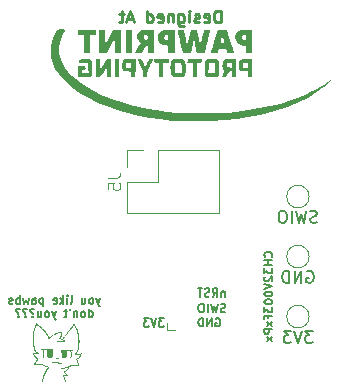
<source format=gbo>
G04 #@! TF.GenerationSoftware,KiCad,Pcbnew,9.0.2*
G04 #@! TF.CreationDate,2025-06-26T14:40:00-07:00*
G04 #@! TF.ProjectId,pawb_sao,70617762-5f73-4616-9f2e-6b696361645f,rev?*
G04 #@! TF.SameCoordinates,Original*
G04 #@! TF.FileFunction,Legend,Bot*
G04 #@! TF.FilePolarity,Positive*
%FSLAX46Y46*%
G04 Gerber Fmt 4.6, Leading zero omitted, Abs format (unit mm)*
G04 Created by KiCad (PCBNEW 9.0.2) date 2025-06-26 14:40:00*
%MOMM*%
%LPD*%
G01*
G04 APERTURE LIST*
%ADD10C,0.175000*%
%ADD11C,0.250000*%
%ADD12C,0.150000*%
%ADD13C,0.100000*%
%ADD14C,0.000000*%
%ADD15C,0.120000*%
%ADD16C,1.500000*%
%ADD17R,1.700000X1.700000*%
%ADD18C,1.700000*%
%ADD19C,0.990600*%
%ADD20C,0.787400*%
G04 APERTURE END LIST*
D10*
X175515130Y-105088066D02*
X175581797Y-105054733D01*
X175581797Y-105054733D02*
X175681797Y-105054733D01*
X175681797Y-105054733D02*
X175781797Y-105088066D01*
X175781797Y-105088066D02*
X175848464Y-105154733D01*
X175848464Y-105154733D02*
X175881797Y-105221400D01*
X175881797Y-105221400D02*
X175915130Y-105354733D01*
X175915130Y-105354733D02*
X175915130Y-105454733D01*
X175915130Y-105454733D02*
X175881797Y-105588066D01*
X175881797Y-105588066D02*
X175848464Y-105654733D01*
X175848464Y-105654733D02*
X175781797Y-105721400D01*
X175781797Y-105721400D02*
X175681797Y-105754733D01*
X175681797Y-105754733D02*
X175615130Y-105754733D01*
X175615130Y-105754733D02*
X175515130Y-105721400D01*
X175515130Y-105721400D02*
X175481797Y-105688066D01*
X175481797Y-105688066D02*
X175481797Y-105454733D01*
X175481797Y-105454733D02*
X175615130Y-105454733D01*
X175181797Y-105754733D02*
X175181797Y-105054733D01*
X175181797Y-105054733D02*
X174781797Y-105754733D01*
X174781797Y-105754733D02*
X174781797Y-105054733D01*
X174448464Y-105754733D02*
X174448464Y-105054733D01*
X174448464Y-105054733D02*
X174281797Y-105054733D01*
X174281797Y-105054733D02*
X174181797Y-105088066D01*
X174181797Y-105088066D02*
X174115131Y-105154733D01*
X174115131Y-105154733D02*
X174081797Y-105221400D01*
X174081797Y-105221400D02*
X174048464Y-105354733D01*
X174048464Y-105354733D02*
X174048464Y-105454733D01*
X174048464Y-105454733D02*
X174081797Y-105588066D01*
X174081797Y-105588066D02*
X174115131Y-105654733D01*
X174115131Y-105654733D02*
X174181797Y-105721400D01*
X174181797Y-105721400D02*
X174281797Y-105754733D01*
X174281797Y-105754733D02*
X174448464Y-105754733D01*
D11*
X175937431Y-80004619D02*
X175937431Y-79004619D01*
X175937431Y-79004619D02*
X175699336Y-79004619D01*
X175699336Y-79004619D02*
X175556479Y-79052238D01*
X175556479Y-79052238D02*
X175461241Y-79147476D01*
X175461241Y-79147476D02*
X175413622Y-79242714D01*
X175413622Y-79242714D02*
X175366003Y-79433190D01*
X175366003Y-79433190D02*
X175366003Y-79576047D01*
X175366003Y-79576047D02*
X175413622Y-79766523D01*
X175413622Y-79766523D02*
X175461241Y-79861761D01*
X175461241Y-79861761D02*
X175556479Y-79957000D01*
X175556479Y-79957000D02*
X175699336Y-80004619D01*
X175699336Y-80004619D02*
X175937431Y-80004619D01*
X174556479Y-79957000D02*
X174651717Y-80004619D01*
X174651717Y-80004619D02*
X174842193Y-80004619D01*
X174842193Y-80004619D02*
X174937431Y-79957000D01*
X174937431Y-79957000D02*
X174985050Y-79861761D01*
X174985050Y-79861761D02*
X174985050Y-79480809D01*
X174985050Y-79480809D02*
X174937431Y-79385571D01*
X174937431Y-79385571D02*
X174842193Y-79337952D01*
X174842193Y-79337952D02*
X174651717Y-79337952D01*
X174651717Y-79337952D02*
X174556479Y-79385571D01*
X174556479Y-79385571D02*
X174508860Y-79480809D01*
X174508860Y-79480809D02*
X174508860Y-79576047D01*
X174508860Y-79576047D02*
X174985050Y-79671285D01*
X174127907Y-79957000D02*
X174032669Y-80004619D01*
X174032669Y-80004619D02*
X173842193Y-80004619D01*
X173842193Y-80004619D02*
X173746955Y-79957000D01*
X173746955Y-79957000D02*
X173699336Y-79861761D01*
X173699336Y-79861761D02*
X173699336Y-79814142D01*
X173699336Y-79814142D02*
X173746955Y-79718904D01*
X173746955Y-79718904D02*
X173842193Y-79671285D01*
X173842193Y-79671285D02*
X173985050Y-79671285D01*
X173985050Y-79671285D02*
X174080288Y-79623666D01*
X174080288Y-79623666D02*
X174127907Y-79528428D01*
X174127907Y-79528428D02*
X174127907Y-79480809D01*
X174127907Y-79480809D02*
X174080288Y-79385571D01*
X174080288Y-79385571D02*
X173985050Y-79337952D01*
X173985050Y-79337952D02*
X173842193Y-79337952D01*
X173842193Y-79337952D02*
X173746955Y-79385571D01*
X173270764Y-80004619D02*
X173270764Y-79337952D01*
X173270764Y-79004619D02*
X173318383Y-79052238D01*
X173318383Y-79052238D02*
X173270764Y-79099857D01*
X173270764Y-79099857D02*
X173223145Y-79052238D01*
X173223145Y-79052238D02*
X173270764Y-79004619D01*
X173270764Y-79004619D02*
X173270764Y-79099857D01*
X172366003Y-79337952D02*
X172366003Y-80147476D01*
X172366003Y-80147476D02*
X172413622Y-80242714D01*
X172413622Y-80242714D02*
X172461241Y-80290333D01*
X172461241Y-80290333D02*
X172556479Y-80337952D01*
X172556479Y-80337952D02*
X172699336Y-80337952D01*
X172699336Y-80337952D02*
X172794574Y-80290333D01*
X172366003Y-79957000D02*
X172461241Y-80004619D01*
X172461241Y-80004619D02*
X172651717Y-80004619D01*
X172651717Y-80004619D02*
X172746955Y-79957000D01*
X172746955Y-79957000D02*
X172794574Y-79909380D01*
X172794574Y-79909380D02*
X172842193Y-79814142D01*
X172842193Y-79814142D02*
X172842193Y-79528428D01*
X172842193Y-79528428D02*
X172794574Y-79433190D01*
X172794574Y-79433190D02*
X172746955Y-79385571D01*
X172746955Y-79385571D02*
X172651717Y-79337952D01*
X172651717Y-79337952D02*
X172461241Y-79337952D01*
X172461241Y-79337952D02*
X172366003Y-79385571D01*
X171889812Y-79337952D02*
X171889812Y-80004619D01*
X171889812Y-79433190D02*
X171842193Y-79385571D01*
X171842193Y-79385571D02*
X171746955Y-79337952D01*
X171746955Y-79337952D02*
X171604098Y-79337952D01*
X171604098Y-79337952D02*
X171508860Y-79385571D01*
X171508860Y-79385571D02*
X171461241Y-79480809D01*
X171461241Y-79480809D02*
X171461241Y-80004619D01*
X170604098Y-79957000D02*
X170699336Y-80004619D01*
X170699336Y-80004619D02*
X170889812Y-80004619D01*
X170889812Y-80004619D02*
X170985050Y-79957000D01*
X170985050Y-79957000D02*
X171032669Y-79861761D01*
X171032669Y-79861761D02*
X171032669Y-79480809D01*
X171032669Y-79480809D02*
X170985050Y-79385571D01*
X170985050Y-79385571D02*
X170889812Y-79337952D01*
X170889812Y-79337952D02*
X170699336Y-79337952D01*
X170699336Y-79337952D02*
X170604098Y-79385571D01*
X170604098Y-79385571D02*
X170556479Y-79480809D01*
X170556479Y-79480809D02*
X170556479Y-79576047D01*
X170556479Y-79576047D02*
X171032669Y-79671285D01*
X169699336Y-80004619D02*
X169699336Y-79004619D01*
X169699336Y-79957000D02*
X169794574Y-80004619D01*
X169794574Y-80004619D02*
X169985050Y-80004619D01*
X169985050Y-80004619D02*
X170080288Y-79957000D01*
X170080288Y-79957000D02*
X170127907Y-79909380D01*
X170127907Y-79909380D02*
X170175526Y-79814142D01*
X170175526Y-79814142D02*
X170175526Y-79528428D01*
X170175526Y-79528428D02*
X170127907Y-79433190D01*
X170127907Y-79433190D02*
X170080288Y-79385571D01*
X170080288Y-79385571D02*
X169985050Y-79337952D01*
X169985050Y-79337952D02*
X169794574Y-79337952D01*
X169794574Y-79337952D02*
X169699336Y-79385571D01*
X168508859Y-79718904D02*
X168032669Y-79718904D01*
X168604097Y-80004619D02*
X168270764Y-79004619D01*
X168270764Y-79004619D02*
X167937431Y-80004619D01*
X167746954Y-79337952D02*
X167366002Y-79337952D01*
X167604097Y-79004619D02*
X167604097Y-79861761D01*
X167604097Y-79861761D02*
X167556478Y-79957000D01*
X167556478Y-79957000D02*
X167461240Y-80004619D01*
X167461240Y-80004619D02*
X167366002Y-80004619D01*
D10*
X180258566Y-99861797D02*
X180291900Y-99828464D01*
X180291900Y-99828464D02*
X180325233Y-99728464D01*
X180325233Y-99728464D02*
X180325233Y-99661797D01*
X180325233Y-99661797D02*
X180291900Y-99561797D01*
X180291900Y-99561797D02*
X180225233Y-99495131D01*
X180225233Y-99495131D02*
X180158566Y-99461797D01*
X180158566Y-99461797D02*
X180025233Y-99428464D01*
X180025233Y-99428464D02*
X179925233Y-99428464D01*
X179925233Y-99428464D02*
X179791900Y-99461797D01*
X179791900Y-99461797D02*
X179725233Y-99495131D01*
X179725233Y-99495131D02*
X179658566Y-99561797D01*
X179658566Y-99561797D02*
X179625233Y-99661797D01*
X179625233Y-99661797D02*
X179625233Y-99728464D01*
X179625233Y-99728464D02*
X179658566Y-99828464D01*
X179658566Y-99828464D02*
X179691900Y-99861797D01*
X180325233Y-100161797D02*
X179625233Y-100161797D01*
X179958566Y-100161797D02*
X179958566Y-100561797D01*
X180325233Y-100561797D02*
X179625233Y-100561797D01*
X179625233Y-100828464D02*
X179625233Y-101261797D01*
X179625233Y-101261797D02*
X179891900Y-101028464D01*
X179891900Y-101028464D02*
X179891900Y-101128464D01*
X179891900Y-101128464D02*
X179925233Y-101195130D01*
X179925233Y-101195130D02*
X179958566Y-101228464D01*
X179958566Y-101228464D02*
X180025233Y-101261797D01*
X180025233Y-101261797D02*
X180191900Y-101261797D01*
X180191900Y-101261797D02*
X180258566Y-101228464D01*
X180258566Y-101228464D02*
X180291900Y-101195130D01*
X180291900Y-101195130D02*
X180325233Y-101128464D01*
X180325233Y-101128464D02*
X180325233Y-100928464D01*
X180325233Y-100928464D02*
X180291900Y-100861797D01*
X180291900Y-100861797D02*
X180258566Y-100828464D01*
X179691900Y-101528464D02*
X179658566Y-101561797D01*
X179658566Y-101561797D02*
X179625233Y-101628464D01*
X179625233Y-101628464D02*
X179625233Y-101795131D01*
X179625233Y-101795131D02*
X179658566Y-101861797D01*
X179658566Y-101861797D02*
X179691900Y-101895131D01*
X179691900Y-101895131D02*
X179758566Y-101928464D01*
X179758566Y-101928464D02*
X179825233Y-101928464D01*
X179825233Y-101928464D02*
X179925233Y-101895131D01*
X179925233Y-101895131D02*
X180325233Y-101495131D01*
X180325233Y-101495131D02*
X180325233Y-101928464D01*
X179625233Y-102128464D02*
X180325233Y-102361798D01*
X180325233Y-102361798D02*
X179625233Y-102595131D01*
X179625233Y-102961798D02*
X179625233Y-103028464D01*
X179625233Y-103028464D02*
X179658566Y-103095131D01*
X179658566Y-103095131D02*
X179691900Y-103128464D01*
X179691900Y-103128464D02*
X179758566Y-103161798D01*
X179758566Y-103161798D02*
X179891900Y-103195131D01*
X179891900Y-103195131D02*
X180058566Y-103195131D01*
X180058566Y-103195131D02*
X180191900Y-103161798D01*
X180191900Y-103161798D02*
X180258566Y-103128464D01*
X180258566Y-103128464D02*
X180291900Y-103095131D01*
X180291900Y-103095131D02*
X180325233Y-103028464D01*
X180325233Y-103028464D02*
X180325233Y-102961798D01*
X180325233Y-102961798D02*
X180291900Y-102895131D01*
X180291900Y-102895131D02*
X180258566Y-102861798D01*
X180258566Y-102861798D02*
X180191900Y-102828464D01*
X180191900Y-102828464D02*
X180058566Y-102795131D01*
X180058566Y-102795131D02*
X179891900Y-102795131D01*
X179891900Y-102795131D02*
X179758566Y-102828464D01*
X179758566Y-102828464D02*
X179691900Y-102861798D01*
X179691900Y-102861798D02*
X179658566Y-102895131D01*
X179658566Y-102895131D02*
X179625233Y-102961798D01*
X179625233Y-103628465D02*
X179625233Y-103695131D01*
X179625233Y-103695131D02*
X179658566Y-103761798D01*
X179658566Y-103761798D02*
X179691900Y-103795131D01*
X179691900Y-103795131D02*
X179758566Y-103828465D01*
X179758566Y-103828465D02*
X179891900Y-103861798D01*
X179891900Y-103861798D02*
X180058566Y-103861798D01*
X180058566Y-103861798D02*
X180191900Y-103828465D01*
X180191900Y-103828465D02*
X180258566Y-103795131D01*
X180258566Y-103795131D02*
X180291900Y-103761798D01*
X180291900Y-103761798D02*
X180325233Y-103695131D01*
X180325233Y-103695131D02*
X180325233Y-103628465D01*
X180325233Y-103628465D02*
X180291900Y-103561798D01*
X180291900Y-103561798D02*
X180258566Y-103528465D01*
X180258566Y-103528465D02*
X180191900Y-103495131D01*
X180191900Y-103495131D02*
X180058566Y-103461798D01*
X180058566Y-103461798D02*
X179891900Y-103461798D01*
X179891900Y-103461798D02*
X179758566Y-103495131D01*
X179758566Y-103495131D02*
X179691900Y-103528465D01*
X179691900Y-103528465D02*
X179658566Y-103561798D01*
X179658566Y-103561798D02*
X179625233Y-103628465D01*
X179625233Y-104095132D02*
X179625233Y-104528465D01*
X179625233Y-104528465D02*
X179891900Y-104295132D01*
X179891900Y-104295132D02*
X179891900Y-104395132D01*
X179891900Y-104395132D02*
X179925233Y-104461798D01*
X179925233Y-104461798D02*
X179958566Y-104495132D01*
X179958566Y-104495132D02*
X180025233Y-104528465D01*
X180025233Y-104528465D02*
X180191900Y-104528465D01*
X180191900Y-104528465D02*
X180258566Y-104495132D01*
X180258566Y-104495132D02*
X180291900Y-104461798D01*
X180291900Y-104461798D02*
X180325233Y-104395132D01*
X180325233Y-104395132D02*
X180325233Y-104195132D01*
X180325233Y-104195132D02*
X180291900Y-104128465D01*
X180291900Y-104128465D02*
X180258566Y-104095132D01*
X179958566Y-105061799D02*
X179958566Y-104828465D01*
X180325233Y-104828465D02*
X179625233Y-104828465D01*
X179625233Y-104828465D02*
X179625233Y-105161799D01*
X180325233Y-105361799D02*
X179858566Y-105728465D01*
X179858566Y-105361799D02*
X180325233Y-105728465D01*
X180325233Y-105995132D02*
X179625233Y-105995132D01*
X179625233Y-105995132D02*
X179625233Y-106261799D01*
X179625233Y-106261799D02*
X179658566Y-106328466D01*
X179658566Y-106328466D02*
X179691900Y-106361799D01*
X179691900Y-106361799D02*
X179758566Y-106395132D01*
X179758566Y-106395132D02*
X179858566Y-106395132D01*
X179858566Y-106395132D02*
X179925233Y-106361799D01*
X179925233Y-106361799D02*
X179958566Y-106328466D01*
X179958566Y-106328466D02*
X179991900Y-106261799D01*
X179991900Y-106261799D02*
X179991900Y-105995132D01*
X180325233Y-106628466D02*
X179858566Y-106995132D01*
X179858566Y-106628466D02*
X180325233Y-106995132D01*
X176325130Y-104501400D02*
X176225130Y-104534733D01*
X176225130Y-104534733D02*
X176058464Y-104534733D01*
X176058464Y-104534733D02*
X175991797Y-104501400D01*
X175991797Y-104501400D02*
X175958464Y-104468066D01*
X175958464Y-104468066D02*
X175925130Y-104401400D01*
X175925130Y-104401400D02*
X175925130Y-104334733D01*
X175925130Y-104334733D02*
X175958464Y-104268066D01*
X175958464Y-104268066D02*
X175991797Y-104234733D01*
X175991797Y-104234733D02*
X176058464Y-104201400D01*
X176058464Y-104201400D02*
X176191797Y-104168066D01*
X176191797Y-104168066D02*
X176258464Y-104134733D01*
X176258464Y-104134733D02*
X176291797Y-104101400D01*
X176291797Y-104101400D02*
X176325130Y-104034733D01*
X176325130Y-104034733D02*
X176325130Y-103968066D01*
X176325130Y-103968066D02*
X176291797Y-103901400D01*
X176291797Y-103901400D02*
X176258464Y-103868066D01*
X176258464Y-103868066D02*
X176191797Y-103834733D01*
X176191797Y-103834733D02*
X176025130Y-103834733D01*
X176025130Y-103834733D02*
X175925130Y-103868066D01*
X175691797Y-103834733D02*
X175525130Y-104534733D01*
X175525130Y-104534733D02*
X175391797Y-104034733D01*
X175391797Y-104034733D02*
X175258463Y-104534733D01*
X175258463Y-104534733D02*
X175091797Y-103834733D01*
X174825130Y-104534733D02*
X174825130Y-103834733D01*
X174358464Y-103834733D02*
X174225130Y-103834733D01*
X174225130Y-103834733D02*
X174158464Y-103868066D01*
X174158464Y-103868066D02*
X174091797Y-103934733D01*
X174091797Y-103934733D02*
X174058464Y-104068066D01*
X174058464Y-104068066D02*
X174058464Y-104301400D01*
X174058464Y-104301400D02*
X174091797Y-104434733D01*
X174091797Y-104434733D02*
X174158464Y-104501400D01*
X174158464Y-104501400D02*
X174225130Y-104534733D01*
X174225130Y-104534733D02*
X174358464Y-104534733D01*
X174358464Y-104534733D02*
X174425130Y-104501400D01*
X174425130Y-104501400D02*
X174491797Y-104434733D01*
X174491797Y-104434733D02*
X174525130Y-104301400D01*
X174525130Y-104301400D02*
X174525130Y-104068066D01*
X174525130Y-104068066D02*
X174491797Y-103934733D01*
X174491797Y-103934733D02*
X174425130Y-103868066D01*
X174425130Y-103868066D02*
X174358464Y-103834733D01*
X171124869Y-105064733D02*
X170691535Y-105064733D01*
X170691535Y-105064733D02*
X170924869Y-105331400D01*
X170924869Y-105331400D02*
X170824869Y-105331400D01*
X170824869Y-105331400D02*
X170758202Y-105364733D01*
X170758202Y-105364733D02*
X170724869Y-105398066D01*
X170724869Y-105398066D02*
X170691535Y-105464733D01*
X170691535Y-105464733D02*
X170691535Y-105631400D01*
X170691535Y-105631400D02*
X170724869Y-105698066D01*
X170724869Y-105698066D02*
X170758202Y-105731400D01*
X170758202Y-105731400D02*
X170824869Y-105764733D01*
X170824869Y-105764733D02*
X171024869Y-105764733D01*
X171024869Y-105764733D02*
X171091535Y-105731400D01*
X171091535Y-105731400D02*
X171124869Y-105698066D01*
X170491535Y-105064733D02*
X170258202Y-105764733D01*
X170258202Y-105764733D02*
X170024868Y-105064733D01*
X169858202Y-105064733D02*
X169424868Y-105064733D01*
X169424868Y-105064733D02*
X169658202Y-105331400D01*
X169658202Y-105331400D02*
X169558202Y-105331400D01*
X169558202Y-105331400D02*
X169491535Y-105364733D01*
X169491535Y-105364733D02*
X169458202Y-105398066D01*
X169458202Y-105398066D02*
X169424868Y-105464733D01*
X169424868Y-105464733D02*
X169424868Y-105631400D01*
X169424868Y-105631400D02*
X169458202Y-105698066D01*
X169458202Y-105698066D02*
X169491535Y-105731400D01*
X169491535Y-105731400D02*
X169558202Y-105764733D01*
X169558202Y-105764733D02*
X169758202Y-105764733D01*
X169758202Y-105764733D02*
X169824868Y-105731400D01*
X169824868Y-105731400D02*
X169858202Y-105698066D01*
X165726665Y-103354586D02*
X165559998Y-103821253D01*
X165393331Y-103354586D02*
X165559998Y-103821253D01*
X165559998Y-103821253D02*
X165626665Y-103987920D01*
X165626665Y-103987920D02*
X165659998Y-104021253D01*
X165659998Y-104021253D02*
X165726665Y-104054586D01*
X165026665Y-103821253D02*
X165093332Y-103787920D01*
X165093332Y-103787920D02*
X165126665Y-103754586D01*
X165126665Y-103754586D02*
X165159998Y-103687920D01*
X165159998Y-103687920D02*
X165159998Y-103487920D01*
X165159998Y-103487920D02*
X165126665Y-103421253D01*
X165126665Y-103421253D02*
X165093332Y-103387920D01*
X165093332Y-103387920D02*
X165026665Y-103354586D01*
X165026665Y-103354586D02*
X164926665Y-103354586D01*
X164926665Y-103354586D02*
X164859998Y-103387920D01*
X164859998Y-103387920D02*
X164826665Y-103421253D01*
X164826665Y-103421253D02*
X164793332Y-103487920D01*
X164793332Y-103487920D02*
X164793332Y-103687920D01*
X164793332Y-103687920D02*
X164826665Y-103754586D01*
X164826665Y-103754586D02*
X164859998Y-103787920D01*
X164859998Y-103787920D02*
X164926665Y-103821253D01*
X164926665Y-103821253D02*
X165026665Y-103821253D01*
X164193332Y-103354586D02*
X164193332Y-103821253D01*
X164493332Y-103354586D02*
X164493332Y-103721253D01*
X164493332Y-103721253D02*
X164459999Y-103787920D01*
X164459999Y-103787920D02*
X164393332Y-103821253D01*
X164393332Y-103821253D02*
X164293332Y-103821253D01*
X164293332Y-103821253D02*
X164226665Y-103787920D01*
X164226665Y-103787920D02*
X164193332Y-103754586D01*
X163226666Y-103821253D02*
X163293333Y-103787920D01*
X163293333Y-103787920D02*
X163326666Y-103721253D01*
X163326666Y-103721253D02*
X163326666Y-103121253D01*
X162959999Y-103821253D02*
X162959999Y-103354586D01*
X162959999Y-103121253D02*
X162993332Y-103154586D01*
X162993332Y-103154586D02*
X162959999Y-103187920D01*
X162959999Y-103187920D02*
X162926666Y-103154586D01*
X162926666Y-103154586D02*
X162959999Y-103121253D01*
X162959999Y-103121253D02*
X162959999Y-103187920D01*
X162626666Y-103821253D02*
X162626666Y-103121253D01*
X162559999Y-103554586D02*
X162359999Y-103821253D01*
X162359999Y-103354586D02*
X162626666Y-103621253D01*
X161793332Y-103787920D02*
X161859999Y-103821253D01*
X161859999Y-103821253D02*
X161993332Y-103821253D01*
X161993332Y-103821253D02*
X162059999Y-103787920D01*
X162059999Y-103787920D02*
X162093332Y-103721253D01*
X162093332Y-103721253D02*
X162093332Y-103454586D01*
X162093332Y-103454586D02*
X162059999Y-103387920D01*
X162059999Y-103387920D02*
X161993332Y-103354586D01*
X161993332Y-103354586D02*
X161859999Y-103354586D01*
X161859999Y-103354586D02*
X161793332Y-103387920D01*
X161793332Y-103387920D02*
X161759999Y-103454586D01*
X161759999Y-103454586D02*
X161759999Y-103521253D01*
X161759999Y-103521253D02*
X162093332Y-103587920D01*
X160926666Y-103354586D02*
X160926666Y-104054586D01*
X160926666Y-103387920D02*
X160859999Y-103354586D01*
X160859999Y-103354586D02*
X160726666Y-103354586D01*
X160726666Y-103354586D02*
X160659999Y-103387920D01*
X160659999Y-103387920D02*
X160626666Y-103421253D01*
X160626666Y-103421253D02*
X160593333Y-103487920D01*
X160593333Y-103487920D02*
X160593333Y-103687920D01*
X160593333Y-103687920D02*
X160626666Y-103754586D01*
X160626666Y-103754586D02*
X160659999Y-103787920D01*
X160659999Y-103787920D02*
X160726666Y-103821253D01*
X160726666Y-103821253D02*
X160859999Y-103821253D01*
X160859999Y-103821253D02*
X160926666Y-103787920D01*
X159993333Y-103821253D02*
X159993333Y-103454586D01*
X159993333Y-103454586D02*
X160026666Y-103387920D01*
X160026666Y-103387920D02*
X160093333Y-103354586D01*
X160093333Y-103354586D02*
X160226666Y-103354586D01*
X160226666Y-103354586D02*
X160293333Y-103387920D01*
X159993333Y-103787920D02*
X160060000Y-103821253D01*
X160060000Y-103821253D02*
X160226666Y-103821253D01*
X160226666Y-103821253D02*
X160293333Y-103787920D01*
X160293333Y-103787920D02*
X160326666Y-103721253D01*
X160326666Y-103721253D02*
X160326666Y-103654586D01*
X160326666Y-103654586D02*
X160293333Y-103587920D01*
X160293333Y-103587920D02*
X160226666Y-103554586D01*
X160226666Y-103554586D02*
X160060000Y-103554586D01*
X160060000Y-103554586D02*
X159993333Y-103521253D01*
X159726667Y-103354586D02*
X159593333Y-103821253D01*
X159593333Y-103821253D02*
X159460000Y-103487920D01*
X159460000Y-103487920D02*
X159326667Y-103821253D01*
X159326667Y-103821253D02*
X159193333Y-103354586D01*
X158926667Y-103821253D02*
X158926667Y-103121253D01*
X158926667Y-103387920D02*
X158860000Y-103354586D01*
X158860000Y-103354586D02*
X158726667Y-103354586D01*
X158726667Y-103354586D02*
X158660000Y-103387920D01*
X158660000Y-103387920D02*
X158626667Y-103421253D01*
X158626667Y-103421253D02*
X158593334Y-103487920D01*
X158593334Y-103487920D02*
X158593334Y-103687920D01*
X158593334Y-103687920D02*
X158626667Y-103754586D01*
X158626667Y-103754586D02*
X158660000Y-103787920D01*
X158660000Y-103787920D02*
X158726667Y-103821253D01*
X158726667Y-103821253D02*
X158860000Y-103821253D01*
X158860000Y-103821253D02*
X158926667Y-103787920D01*
X158326667Y-103787920D02*
X158260001Y-103821253D01*
X158260001Y-103821253D02*
X158126667Y-103821253D01*
X158126667Y-103821253D02*
X158060001Y-103787920D01*
X158060001Y-103787920D02*
X158026667Y-103721253D01*
X158026667Y-103721253D02*
X158026667Y-103687920D01*
X158026667Y-103687920D02*
X158060001Y-103621253D01*
X158060001Y-103621253D02*
X158126667Y-103587920D01*
X158126667Y-103587920D02*
X158226667Y-103587920D01*
X158226667Y-103587920D02*
X158293334Y-103554586D01*
X158293334Y-103554586D02*
X158326667Y-103487920D01*
X158326667Y-103487920D02*
X158326667Y-103454586D01*
X158326667Y-103454586D02*
X158293334Y-103387920D01*
X158293334Y-103387920D02*
X158226667Y-103354586D01*
X158226667Y-103354586D02*
X158126667Y-103354586D01*
X158126667Y-103354586D02*
X158060001Y-103387920D01*
X164776665Y-104948214D02*
X164776665Y-104248214D01*
X164776665Y-104914881D02*
X164843332Y-104948214D01*
X164843332Y-104948214D02*
X164976665Y-104948214D01*
X164976665Y-104948214D02*
X165043332Y-104914881D01*
X165043332Y-104914881D02*
X165076665Y-104881547D01*
X165076665Y-104881547D02*
X165109998Y-104814881D01*
X165109998Y-104814881D02*
X165109998Y-104614881D01*
X165109998Y-104614881D02*
X165076665Y-104548214D01*
X165076665Y-104548214D02*
X165043332Y-104514881D01*
X165043332Y-104514881D02*
X164976665Y-104481547D01*
X164976665Y-104481547D02*
X164843332Y-104481547D01*
X164843332Y-104481547D02*
X164776665Y-104514881D01*
X164343332Y-104948214D02*
X164409999Y-104914881D01*
X164409999Y-104914881D02*
X164443332Y-104881547D01*
X164443332Y-104881547D02*
X164476665Y-104814881D01*
X164476665Y-104814881D02*
X164476665Y-104614881D01*
X164476665Y-104614881D02*
X164443332Y-104548214D01*
X164443332Y-104548214D02*
X164409999Y-104514881D01*
X164409999Y-104514881D02*
X164343332Y-104481547D01*
X164343332Y-104481547D02*
X164243332Y-104481547D01*
X164243332Y-104481547D02*
X164176665Y-104514881D01*
X164176665Y-104514881D02*
X164143332Y-104548214D01*
X164143332Y-104548214D02*
X164109999Y-104614881D01*
X164109999Y-104614881D02*
X164109999Y-104814881D01*
X164109999Y-104814881D02*
X164143332Y-104881547D01*
X164143332Y-104881547D02*
X164176665Y-104914881D01*
X164176665Y-104914881D02*
X164243332Y-104948214D01*
X164243332Y-104948214D02*
X164343332Y-104948214D01*
X163809999Y-104481547D02*
X163809999Y-104948214D01*
X163809999Y-104548214D02*
X163776666Y-104514881D01*
X163776666Y-104514881D02*
X163709999Y-104481547D01*
X163709999Y-104481547D02*
X163609999Y-104481547D01*
X163609999Y-104481547D02*
X163543332Y-104514881D01*
X163543332Y-104514881D02*
X163509999Y-104581547D01*
X163509999Y-104581547D02*
X163509999Y-104948214D01*
X163143333Y-104248214D02*
X163209999Y-104381547D01*
X162943333Y-104481547D02*
X162676666Y-104481547D01*
X162843333Y-104248214D02*
X162843333Y-104848214D01*
X162843333Y-104848214D02*
X162810000Y-104914881D01*
X162810000Y-104914881D02*
X162743333Y-104948214D01*
X162743333Y-104948214D02*
X162676666Y-104948214D01*
X161976667Y-104481547D02*
X161810000Y-104948214D01*
X161643333Y-104481547D02*
X161810000Y-104948214D01*
X161810000Y-104948214D02*
X161876667Y-105114881D01*
X161876667Y-105114881D02*
X161910000Y-105148214D01*
X161910000Y-105148214D02*
X161976667Y-105181547D01*
X161276667Y-104948214D02*
X161343334Y-104914881D01*
X161343334Y-104914881D02*
X161376667Y-104881547D01*
X161376667Y-104881547D02*
X161410000Y-104814881D01*
X161410000Y-104814881D02*
X161410000Y-104614881D01*
X161410000Y-104614881D02*
X161376667Y-104548214D01*
X161376667Y-104548214D02*
X161343334Y-104514881D01*
X161343334Y-104514881D02*
X161276667Y-104481547D01*
X161276667Y-104481547D02*
X161176667Y-104481547D01*
X161176667Y-104481547D02*
X161110000Y-104514881D01*
X161110000Y-104514881D02*
X161076667Y-104548214D01*
X161076667Y-104548214D02*
X161043334Y-104614881D01*
X161043334Y-104614881D02*
X161043334Y-104814881D01*
X161043334Y-104814881D02*
X161076667Y-104881547D01*
X161076667Y-104881547D02*
X161110000Y-104914881D01*
X161110000Y-104914881D02*
X161176667Y-104948214D01*
X161176667Y-104948214D02*
X161276667Y-104948214D01*
X160443334Y-104481547D02*
X160443334Y-104948214D01*
X160743334Y-104481547D02*
X160743334Y-104848214D01*
X160743334Y-104848214D02*
X160710001Y-104914881D01*
X160710001Y-104914881D02*
X160643334Y-104948214D01*
X160643334Y-104948214D02*
X160543334Y-104948214D01*
X160543334Y-104948214D02*
X160476667Y-104914881D01*
X160476667Y-104914881D02*
X160443334Y-104881547D01*
X160010001Y-104881547D02*
X159976668Y-104914881D01*
X159976668Y-104914881D02*
X160010001Y-104948214D01*
X160010001Y-104948214D02*
X160043334Y-104914881D01*
X160043334Y-104914881D02*
X160010001Y-104881547D01*
X160010001Y-104881547D02*
X160010001Y-104948214D01*
X160143334Y-104281547D02*
X160076668Y-104248214D01*
X160076668Y-104248214D02*
X159910001Y-104248214D01*
X159910001Y-104248214D02*
X159843334Y-104281547D01*
X159843334Y-104281547D02*
X159810001Y-104348214D01*
X159810001Y-104348214D02*
X159810001Y-104414881D01*
X159810001Y-104414881D02*
X159843334Y-104481547D01*
X159843334Y-104481547D02*
X159876668Y-104514881D01*
X159876668Y-104514881D02*
X159943334Y-104548214D01*
X159943334Y-104548214D02*
X159976668Y-104581547D01*
X159976668Y-104581547D02*
X160010001Y-104648214D01*
X160010001Y-104648214D02*
X160010001Y-104681547D01*
X159410001Y-104881547D02*
X159376668Y-104914881D01*
X159376668Y-104914881D02*
X159410001Y-104948214D01*
X159410001Y-104948214D02*
X159443334Y-104914881D01*
X159443334Y-104914881D02*
X159410001Y-104881547D01*
X159410001Y-104881547D02*
X159410001Y-104948214D01*
X159543334Y-104281547D02*
X159476668Y-104248214D01*
X159476668Y-104248214D02*
X159310001Y-104248214D01*
X159310001Y-104248214D02*
X159243334Y-104281547D01*
X159243334Y-104281547D02*
X159210001Y-104348214D01*
X159210001Y-104348214D02*
X159210001Y-104414881D01*
X159210001Y-104414881D02*
X159243334Y-104481547D01*
X159243334Y-104481547D02*
X159276668Y-104514881D01*
X159276668Y-104514881D02*
X159343334Y-104548214D01*
X159343334Y-104548214D02*
X159376668Y-104581547D01*
X159376668Y-104581547D02*
X159410001Y-104648214D01*
X159410001Y-104648214D02*
X159410001Y-104681547D01*
X158810001Y-104881547D02*
X158776668Y-104914881D01*
X158776668Y-104914881D02*
X158810001Y-104948214D01*
X158810001Y-104948214D02*
X158843334Y-104914881D01*
X158843334Y-104914881D02*
X158810001Y-104881547D01*
X158810001Y-104881547D02*
X158810001Y-104948214D01*
X158943334Y-104281547D02*
X158876668Y-104248214D01*
X158876668Y-104248214D02*
X158710001Y-104248214D01*
X158710001Y-104248214D02*
X158643334Y-104281547D01*
X158643334Y-104281547D02*
X158610001Y-104348214D01*
X158610001Y-104348214D02*
X158610001Y-104414881D01*
X158610001Y-104414881D02*
X158643334Y-104481547D01*
X158643334Y-104481547D02*
X158676668Y-104514881D01*
X158676668Y-104514881D02*
X158743334Y-104548214D01*
X158743334Y-104548214D02*
X158776668Y-104581547D01*
X158776668Y-104581547D02*
X158810001Y-104648214D01*
X158810001Y-104648214D02*
X158810001Y-104681547D01*
X176291797Y-102768066D02*
X176291797Y-103234733D01*
X176291797Y-102834733D02*
X176258464Y-102801400D01*
X176258464Y-102801400D02*
X176191797Y-102768066D01*
X176191797Y-102768066D02*
X176091797Y-102768066D01*
X176091797Y-102768066D02*
X176025130Y-102801400D01*
X176025130Y-102801400D02*
X175991797Y-102868066D01*
X175991797Y-102868066D02*
X175991797Y-103234733D01*
X175258464Y-103234733D02*
X175491797Y-102901400D01*
X175658464Y-103234733D02*
X175658464Y-102534733D01*
X175658464Y-102534733D02*
X175391797Y-102534733D01*
X175391797Y-102534733D02*
X175325131Y-102568066D01*
X175325131Y-102568066D02*
X175291797Y-102601400D01*
X175291797Y-102601400D02*
X175258464Y-102668066D01*
X175258464Y-102668066D02*
X175258464Y-102768066D01*
X175258464Y-102768066D02*
X175291797Y-102834733D01*
X175291797Y-102834733D02*
X175325131Y-102868066D01*
X175325131Y-102868066D02*
X175391797Y-102901400D01*
X175391797Y-102901400D02*
X175658464Y-102901400D01*
X174991797Y-103201400D02*
X174891797Y-103234733D01*
X174891797Y-103234733D02*
X174725131Y-103234733D01*
X174725131Y-103234733D02*
X174658464Y-103201400D01*
X174658464Y-103201400D02*
X174625131Y-103168066D01*
X174625131Y-103168066D02*
X174591797Y-103101400D01*
X174591797Y-103101400D02*
X174591797Y-103034733D01*
X174591797Y-103034733D02*
X174625131Y-102968066D01*
X174625131Y-102968066D02*
X174658464Y-102934733D01*
X174658464Y-102934733D02*
X174725131Y-102901400D01*
X174725131Y-102901400D02*
X174858464Y-102868066D01*
X174858464Y-102868066D02*
X174925131Y-102834733D01*
X174925131Y-102834733D02*
X174958464Y-102801400D01*
X174958464Y-102801400D02*
X174991797Y-102734733D01*
X174991797Y-102734733D02*
X174991797Y-102668066D01*
X174991797Y-102668066D02*
X174958464Y-102601400D01*
X174958464Y-102601400D02*
X174925131Y-102568066D01*
X174925131Y-102568066D02*
X174858464Y-102534733D01*
X174858464Y-102534733D02*
X174691797Y-102534733D01*
X174691797Y-102534733D02*
X174591797Y-102568066D01*
X174391797Y-102534733D02*
X173991797Y-102534733D01*
X174191797Y-103234733D02*
X174191797Y-102534733D01*
D12*
X184099046Y-96917200D02*
X183956189Y-96964819D01*
X183956189Y-96964819D02*
X183718094Y-96964819D01*
X183718094Y-96964819D02*
X183622856Y-96917200D01*
X183622856Y-96917200D02*
X183575237Y-96869580D01*
X183575237Y-96869580D02*
X183527618Y-96774342D01*
X183527618Y-96774342D02*
X183527618Y-96679104D01*
X183527618Y-96679104D02*
X183575237Y-96583866D01*
X183575237Y-96583866D02*
X183622856Y-96536247D01*
X183622856Y-96536247D02*
X183718094Y-96488628D01*
X183718094Y-96488628D02*
X183908570Y-96441009D01*
X183908570Y-96441009D02*
X184003808Y-96393390D01*
X184003808Y-96393390D02*
X184051427Y-96345771D01*
X184051427Y-96345771D02*
X184099046Y-96250533D01*
X184099046Y-96250533D02*
X184099046Y-96155295D01*
X184099046Y-96155295D02*
X184051427Y-96060057D01*
X184051427Y-96060057D02*
X184003808Y-96012438D01*
X184003808Y-96012438D02*
X183908570Y-95964819D01*
X183908570Y-95964819D02*
X183670475Y-95964819D01*
X183670475Y-95964819D02*
X183527618Y-96012438D01*
X183194284Y-95964819D02*
X182956189Y-96964819D01*
X182956189Y-96964819D02*
X182765713Y-96250533D01*
X182765713Y-96250533D02*
X182575237Y-96964819D01*
X182575237Y-96964819D02*
X182337142Y-95964819D01*
X181956189Y-96964819D02*
X181956189Y-95964819D01*
X181289523Y-95964819D02*
X181099047Y-95964819D01*
X181099047Y-95964819D02*
X181003809Y-96012438D01*
X181003809Y-96012438D02*
X180908571Y-96107676D01*
X180908571Y-96107676D02*
X180860952Y-96298152D01*
X180860952Y-96298152D02*
X180860952Y-96631485D01*
X180860952Y-96631485D02*
X180908571Y-96821961D01*
X180908571Y-96821961D02*
X181003809Y-96917200D01*
X181003809Y-96917200D02*
X181099047Y-96964819D01*
X181099047Y-96964819D02*
X181289523Y-96964819D01*
X181289523Y-96964819D02*
X181384761Y-96917200D01*
X181384761Y-96917200D02*
X181479999Y-96821961D01*
X181479999Y-96821961D02*
X181527618Y-96631485D01*
X181527618Y-96631485D02*
X181527618Y-96298152D01*
X181527618Y-96298152D02*
X181479999Y-96107676D01*
X181479999Y-96107676D02*
X181384761Y-96012438D01*
X181384761Y-96012438D02*
X181289523Y-95964819D01*
D13*
X166427421Y-93171667D02*
X167141706Y-93171667D01*
X167141706Y-93171667D02*
X167284563Y-93124048D01*
X167284563Y-93124048D02*
X167379802Y-93028810D01*
X167379802Y-93028810D02*
X167427421Y-92885953D01*
X167427421Y-92885953D02*
X167427421Y-92790715D01*
X166427421Y-94124048D02*
X166427421Y-93647858D01*
X166427421Y-93647858D02*
X166903611Y-93600239D01*
X166903611Y-93600239D02*
X166855992Y-93647858D01*
X166855992Y-93647858D02*
X166808373Y-93743096D01*
X166808373Y-93743096D02*
X166808373Y-93981191D01*
X166808373Y-93981191D02*
X166855992Y-94076429D01*
X166855992Y-94076429D02*
X166903611Y-94124048D01*
X166903611Y-94124048D02*
X166998849Y-94171667D01*
X166998849Y-94171667D02*
X167236944Y-94171667D01*
X167236944Y-94171667D02*
X167332182Y-94124048D01*
X167332182Y-94124048D02*
X167379802Y-94076429D01*
X167379802Y-94076429D02*
X167427421Y-93981191D01*
X167427421Y-93981191D02*
X167427421Y-93743096D01*
X167427421Y-93743096D02*
X167379802Y-93647858D01*
X167379802Y-93647858D02*
X167332182Y-93600239D01*
D12*
X183241904Y-101092438D02*
X183337142Y-101044819D01*
X183337142Y-101044819D02*
X183479999Y-101044819D01*
X183479999Y-101044819D02*
X183622856Y-101092438D01*
X183622856Y-101092438D02*
X183718094Y-101187676D01*
X183718094Y-101187676D02*
X183765713Y-101282914D01*
X183765713Y-101282914D02*
X183813332Y-101473390D01*
X183813332Y-101473390D02*
X183813332Y-101616247D01*
X183813332Y-101616247D02*
X183765713Y-101806723D01*
X183765713Y-101806723D02*
X183718094Y-101901961D01*
X183718094Y-101901961D02*
X183622856Y-101997200D01*
X183622856Y-101997200D02*
X183479999Y-102044819D01*
X183479999Y-102044819D02*
X183384761Y-102044819D01*
X183384761Y-102044819D02*
X183241904Y-101997200D01*
X183241904Y-101997200D02*
X183194285Y-101949580D01*
X183194285Y-101949580D02*
X183194285Y-101616247D01*
X183194285Y-101616247D02*
X183384761Y-101616247D01*
X182765713Y-102044819D02*
X182765713Y-101044819D01*
X182765713Y-101044819D02*
X182194285Y-102044819D01*
X182194285Y-102044819D02*
X182194285Y-101044819D01*
X181718094Y-102044819D02*
X181718094Y-101044819D01*
X181718094Y-101044819D02*
X181479999Y-101044819D01*
X181479999Y-101044819D02*
X181337142Y-101092438D01*
X181337142Y-101092438D02*
X181241904Y-101187676D01*
X181241904Y-101187676D02*
X181194285Y-101282914D01*
X181194285Y-101282914D02*
X181146666Y-101473390D01*
X181146666Y-101473390D02*
X181146666Y-101616247D01*
X181146666Y-101616247D02*
X181194285Y-101806723D01*
X181194285Y-101806723D02*
X181241904Y-101901961D01*
X181241904Y-101901961D02*
X181337142Y-101997200D01*
X181337142Y-101997200D02*
X181479999Y-102044819D01*
X181479999Y-102044819D02*
X181718094Y-102044819D01*
X183718094Y-106124819D02*
X183099047Y-106124819D01*
X183099047Y-106124819D02*
X183432380Y-106505771D01*
X183432380Y-106505771D02*
X183289523Y-106505771D01*
X183289523Y-106505771D02*
X183194285Y-106553390D01*
X183194285Y-106553390D02*
X183146666Y-106601009D01*
X183146666Y-106601009D02*
X183099047Y-106696247D01*
X183099047Y-106696247D02*
X183099047Y-106934342D01*
X183099047Y-106934342D02*
X183146666Y-107029580D01*
X183146666Y-107029580D02*
X183194285Y-107077200D01*
X183194285Y-107077200D02*
X183289523Y-107124819D01*
X183289523Y-107124819D02*
X183575237Y-107124819D01*
X183575237Y-107124819D02*
X183670475Y-107077200D01*
X183670475Y-107077200D02*
X183718094Y-107029580D01*
X182813332Y-106124819D02*
X182479999Y-107124819D01*
X182479999Y-107124819D02*
X182146666Y-106124819D01*
X181908570Y-106124819D02*
X181289523Y-106124819D01*
X181289523Y-106124819D02*
X181622856Y-106505771D01*
X181622856Y-106505771D02*
X181479999Y-106505771D01*
X181479999Y-106505771D02*
X181384761Y-106553390D01*
X181384761Y-106553390D02*
X181337142Y-106601009D01*
X181337142Y-106601009D02*
X181289523Y-106696247D01*
X181289523Y-106696247D02*
X181289523Y-106934342D01*
X181289523Y-106934342D02*
X181337142Y-107029580D01*
X181337142Y-107029580D02*
X181384761Y-107077200D01*
X181384761Y-107077200D02*
X181479999Y-107124819D01*
X181479999Y-107124819D02*
X181765713Y-107124819D01*
X181765713Y-107124819D02*
X181860951Y-107077200D01*
X181860951Y-107077200D02*
X181908570Y-107029580D01*
D14*
G36*
X162251532Y-108435387D02*
G01*
X162278282Y-108442498D01*
X162290181Y-108455732D01*
X162292587Y-108482906D01*
X162292587Y-108522723D01*
X162190591Y-108526800D01*
X162156688Y-108528176D01*
X162106070Y-108529913D01*
X162072942Y-108529546D01*
X162053460Y-108526062D01*
X162043776Y-108518451D01*
X162040042Y-108505700D01*
X162038413Y-108486800D01*
X162034858Y-108444142D01*
X162122667Y-108435914D01*
X162124139Y-108435778D01*
X162173531Y-108432792D01*
X162219236Y-108432649D01*
X162251532Y-108435387D01*
G37*
G36*
X161681632Y-108702895D02*
G01*
X161704547Y-108729131D01*
X161742498Y-108774250D01*
X161863091Y-108772743D01*
X161919708Y-108771095D01*
X161972875Y-108766155D01*
X162019509Y-108756660D01*
X162068665Y-108741222D01*
X162153646Y-108711207D01*
X162214374Y-108757450D01*
X162218149Y-108760315D01*
X162284822Y-108806545D01*
X162340887Y-108835236D01*
X162389794Y-108847262D01*
X162434997Y-108843500D01*
X162479946Y-108824826D01*
X162524770Y-108799633D01*
X162548172Y-108827740D01*
X162548473Y-108828102D01*
X162564914Y-108850244D01*
X162571961Y-108864354D01*
X162565450Y-108872043D01*
X162543424Y-108888122D01*
X162511151Y-108907957D01*
X162510810Y-108908152D01*
X162452944Y-108933572D01*
X162395896Y-108941518D01*
X162336348Y-108931430D01*
X162270985Y-108902749D01*
X162196489Y-108854916D01*
X162139230Y-108813779D01*
X162084770Y-108831065D01*
X162028248Y-108847464D01*
X161921871Y-108868621D01*
X161828629Y-108873217D01*
X161749425Y-108861336D01*
X161685162Y-108833065D01*
X161636744Y-108788490D01*
X161615551Y-108758767D01*
X161606997Y-108737208D01*
X161613745Y-108721124D01*
X161635718Y-108704244D01*
X161652741Y-108693939D01*
X161666693Y-108692006D01*
X161681632Y-108702895D01*
G37*
G36*
X162770513Y-107706991D02*
G01*
X162825382Y-107707218D01*
X162923183Y-107708057D01*
X163021127Y-107709381D01*
X163113351Y-107711089D01*
X163193991Y-107713083D01*
X163257181Y-107715262D01*
X163434946Y-107722840D01*
X163434946Y-107767705D01*
X163434946Y-107812570D01*
X163361233Y-107812570D01*
X163287519Y-107812570D01*
X163316381Y-107897081D01*
X163341871Y-107995197D01*
X163352351Y-108118351D01*
X163339887Y-108243377D01*
X163304509Y-108369179D01*
X163291704Y-108398954D01*
X163272096Y-108424939D01*
X163249616Y-108430073D01*
X163221691Y-108415805D01*
X163215424Y-108410454D01*
X163209942Y-108400024D01*
X163210554Y-108382876D01*
X163217750Y-108353899D01*
X163232019Y-108307981D01*
X163240899Y-108277630D01*
X163260115Y-108168017D01*
X163260716Y-108058196D01*
X163242984Y-107953266D01*
X163207200Y-107858327D01*
X163178106Y-107800913D01*
X163054514Y-107800913D01*
X162930922Y-107800913D01*
X162939077Y-107920549D01*
X162940525Y-107945372D01*
X162940833Y-108055474D01*
X162931157Y-108156235D01*
X162912136Y-108244465D01*
X162884412Y-108316973D01*
X162848627Y-108370571D01*
X162843159Y-108376038D01*
X162812306Y-108399857D01*
X162776341Y-108420640D01*
X162727582Y-108435252D01*
X162666371Y-108435144D01*
X162606929Y-108418159D01*
X162555497Y-108386217D01*
X162518317Y-108341240D01*
X162508534Y-108322300D01*
X162492621Y-108283373D01*
X162480655Y-108239131D01*
X162472139Y-108185983D01*
X162466575Y-108120339D01*
X162463465Y-108038608D01*
X162462311Y-107937200D01*
X162461610Y-107706299D01*
X162770513Y-107706991D01*
G37*
G36*
X160911266Y-107679434D02*
G01*
X160962380Y-107679741D01*
X161033123Y-107680161D01*
X161117585Y-107680661D01*
X161210908Y-107681212D01*
X161308233Y-107681783D01*
X161404701Y-107682348D01*
X161746600Y-107684346D01*
X161742507Y-107955365D01*
X161741279Y-108027352D01*
X161739461Y-108101392D01*
X161737135Y-108157872D01*
X161734048Y-108200026D01*
X161729948Y-108231084D01*
X161724582Y-108254282D01*
X161717698Y-108272852D01*
X161697066Y-108312090D01*
X161655223Y-108361396D01*
X161599012Y-108396688D01*
X161575632Y-108405757D01*
X161507070Y-108417956D01*
X161435744Y-108413475D01*
X161371262Y-108392492D01*
X161331934Y-108366761D01*
X161298753Y-108328877D01*
X161273844Y-108277469D01*
X161255710Y-108209377D01*
X161242854Y-108121440D01*
X161240982Y-108102573D01*
X161236093Y-108027314D01*
X161234476Y-107950910D01*
X161236459Y-107885425D01*
X161243953Y-107777600D01*
X161150464Y-107776143D01*
X161140190Y-107775976D01*
X161094608Y-107775071D01*
X161058085Y-107774094D01*
X161037748Y-107773229D01*
X161035138Y-107773261D01*
X161017232Y-107785901D01*
X161000642Y-107817691D01*
X160985818Y-107864997D01*
X160973210Y-107924183D01*
X160963269Y-107991615D01*
X160956446Y-108063658D01*
X160953191Y-108136676D01*
X160953955Y-108207034D01*
X160959187Y-108271098D01*
X160969339Y-108325231D01*
X160969896Y-108327332D01*
X160978785Y-108368672D01*
X160977102Y-108393192D01*
X160962928Y-108405559D01*
X160934348Y-108410441D01*
X160926072Y-108410852D01*
X160908325Y-108407374D01*
X160896587Y-108392454D01*
X160885313Y-108360436D01*
X160883589Y-108354553D01*
X160869258Y-108280828D01*
X160862414Y-108192609D01*
X160862802Y-108096746D01*
X160870170Y-108000091D01*
X160884266Y-107909494D01*
X160904835Y-107831806D01*
X160927495Y-107765943D01*
X160839994Y-107765943D01*
X160752493Y-107765943D01*
X160756110Y-107722230D01*
X160759728Y-107678518D01*
X160911266Y-107679434D01*
G37*
G36*
X160365345Y-105497260D02*
G01*
X160400337Y-105516981D01*
X160447183Y-105548279D01*
X160503602Y-105589369D01*
X160567310Y-105638462D01*
X160636024Y-105693774D01*
X160707463Y-105753517D01*
X160779342Y-105815906D01*
X160849380Y-105879153D01*
X160915294Y-105941474D01*
X160957498Y-105983260D01*
X161056670Y-106089885D01*
X161143591Y-106197726D01*
X161224776Y-106314635D01*
X161231960Y-106326047D01*
X161255190Y-106365818D01*
X161282362Y-106415357D01*
X161311306Y-106470352D01*
X161339854Y-106526489D01*
X161365834Y-106579456D01*
X161387078Y-106624939D01*
X161401415Y-106658627D01*
X161406676Y-106676205D01*
X161408503Y-106684537D01*
X161422052Y-106703431D01*
X161424290Y-106705025D01*
X161437966Y-106705705D01*
X161458315Y-106692393D01*
X161489078Y-106662822D01*
X161500208Y-106651538D01*
X161552994Y-106601715D01*
X161615161Y-106547382D01*
X161680302Y-106493843D01*
X161742009Y-106446408D01*
X161793874Y-106410383D01*
X161843705Y-106379630D01*
X161923345Y-106335918D01*
X162000650Y-106301902D01*
X162080731Y-106276052D01*
X162168702Y-106256834D01*
X162269672Y-106242719D01*
X162388755Y-106232175D01*
X162502408Y-106224062D01*
X162502236Y-106315998D01*
X162495189Y-106419717D01*
X162470534Y-106530226D01*
X162426553Y-106643663D01*
X162419758Y-106658398D01*
X162402437Y-106696258D01*
X162390371Y-106723084D01*
X162385841Y-106733821D01*
X162395385Y-106739409D01*
X162420566Y-106752181D01*
X162455909Y-106769354D01*
X162487400Y-106783169D01*
X162520077Y-106793287D01*
X162536564Y-106791897D01*
X162543290Y-106783497D01*
X162562380Y-106758572D01*
X162591487Y-106720126D01*
X162628494Y-106670993D01*
X162671281Y-106614005D01*
X162717728Y-106551994D01*
X162765718Y-106487794D01*
X162813130Y-106424236D01*
X162857846Y-106364153D01*
X162897746Y-106310379D01*
X162930711Y-106265745D01*
X162954622Y-106233084D01*
X162990489Y-106183901D01*
X163069908Y-106076559D01*
X163147535Y-105973680D01*
X163222059Y-105876875D01*
X163292173Y-105787752D01*
X163356568Y-105707924D01*
X163413933Y-105638999D01*
X163462961Y-105582588D01*
X163502342Y-105540301D01*
X163530767Y-105513748D01*
X163546928Y-105504539D01*
X163553831Y-105506415D01*
X163572330Y-105523149D01*
X163596534Y-105558003D01*
X163627001Y-105611927D01*
X163664288Y-105685871D01*
X163708953Y-105780787D01*
X163752553Y-105878173D01*
X163821029Y-106045332D01*
X163875951Y-106202721D01*
X163918452Y-106355392D01*
X163949663Y-106508395D01*
X163970719Y-106666783D01*
X163982753Y-106835605D01*
X163986897Y-107019913D01*
X163986917Y-107031431D01*
X163982640Y-107219039D01*
X163969241Y-107387409D01*
X163946162Y-107538863D01*
X163912843Y-107675727D01*
X163868726Y-107800322D01*
X163813252Y-107914973D01*
X163745861Y-108022002D01*
X163738801Y-108032042D01*
X163715707Y-108065774D01*
X163700127Y-108089970D01*
X163695115Y-108099937D01*
X163699947Y-108100901D01*
X163723975Y-108099843D01*
X163763580Y-108095722D01*
X163813995Y-108089238D01*
X163870452Y-108081095D01*
X163928183Y-108071995D01*
X163982421Y-108062641D01*
X164028399Y-108053735D01*
X164061348Y-108045979D01*
X164068422Y-108044006D01*
X164108600Y-108033043D01*
X164138356Y-108025315D01*
X164151687Y-108022391D01*
X164152940Y-108023408D01*
X164156311Y-108039211D01*
X164157663Y-108068072D01*
X164154105Y-108094789D01*
X164138152Y-108144155D01*
X164112012Y-108201810D01*
X164078575Y-108262191D01*
X164040730Y-108319736D01*
X164001368Y-108368884D01*
X163961042Y-108409750D01*
X163887503Y-108473882D01*
X163798198Y-108542252D01*
X163798655Y-108545821D01*
X163806427Y-108565977D01*
X163821465Y-108599684D01*
X163841701Y-108642190D01*
X163867677Y-108699999D01*
X163898542Y-108781818D01*
X163924019Y-108864389D01*
X163942011Y-108940737D01*
X163950422Y-109003883D01*
X163951679Y-109037694D01*
X163948365Y-109057387D01*
X163936655Y-109066991D01*
X163912872Y-109073302D01*
X163871979Y-109080292D01*
X163803786Y-109087067D01*
X163725759Y-109091004D01*
X163645454Y-109091908D01*
X163570426Y-109089582D01*
X163508231Y-109083830D01*
X163405804Y-109069347D01*
X163306722Y-109115650D01*
X163291918Y-109122554D01*
X163237084Y-109147930D01*
X163183921Y-109172281D01*
X163142139Y-109191151D01*
X163139010Y-109192547D01*
X163103910Y-109209397D01*
X163084299Y-109224148D01*
X163074491Y-109243121D01*
X163068797Y-109272632D01*
X163060904Y-109306956D01*
X163040289Y-109354057D01*
X163006352Y-109404029D01*
X162956899Y-109459961D01*
X162889737Y-109524945D01*
X162783375Y-109622703D01*
X162851391Y-109699715D01*
X162855720Y-109704644D01*
X162891729Y-109747460D01*
X162928055Y-109793364D01*
X162961636Y-109838166D01*
X162989411Y-109877677D01*
X163008321Y-109907708D01*
X163015304Y-109924070D01*
X163015061Y-109925285D01*
X163003180Y-109937350D01*
X162978939Y-109952300D01*
X162958494Y-109960457D01*
X162927928Y-109966112D01*
X162884886Y-109968179D01*
X162824020Y-109967171D01*
X162705467Y-109963235D01*
X162726303Y-110006323D01*
X162731226Y-110017478D01*
X162745452Y-110055572D01*
X162761737Y-110104972D01*
X162777444Y-110157860D01*
X162782465Y-110175794D01*
X162799385Y-110235878D01*
X162816020Y-110294496D01*
X162829392Y-110341148D01*
X162839611Y-110379324D01*
X162845970Y-110408942D01*
X162846856Y-110422748D01*
X162845749Y-110424092D01*
X162828183Y-110429097D01*
X162800817Y-110427632D01*
X162774192Y-110421109D01*
X162758846Y-110410943D01*
X162758636Y-110410540D01*
X162751438Y-110390682D01*
X162741275Y-110355713D01*
X162730275Y-110312937D01*
X162721576Y-110278253D01*
X162699315Y-110197980D01*
X162675523Y-110121961D01*
X162652210Y-110056402D01*
X162631385Y-110007511D01*
X162628395Y-110001341D01*
X162609786Y-109954267D01*
X162606304Y-109919775D01*
X162619430Y-109896546D01*
X162650644Y-109883263D01*
X162701428Y-109878609D01*
X162773260Y-109881266D01*
X162799426Y-109883140D01*
X162840224Y-109885352D01*
X162866013Y-109883695D01*
X162876672Y-109875947D01*
X162872080Y-109859884D01*
X162852119Y-109833283D01*
X162816667Y-109793922D01*
X162765604Y-109739577D01*
X162744510Y-109716957D01*
X162704414Y-109671708D01*
X162679486Y-109638705D01*
X162668327Y-109615418D01*
X162669542Y-109599321D01*
X162681731Y-109587885D01*
X162686019Y-109585083D01*
X162708728Y-109567418D01*
X162742772Y-109538815D01*
X162783859Y-109502999D01*
X162827692Y-109463695D01*
X162869977Y-109424627D01*
X162876494Y-109418430D01*
X162918948Y-109374344D01*
X162951323Y-109334192D01*
X162972324Y-109300468D01*
X162980653Y-109275668D01*
X162975012Y-109262285D01*
X162954106Y-109262814D01*
X162919507Y-109271676D01*
X162868968Y-109282883D01*
X162808868Y-109295055D01*
X162743256Y-109307491D01*
X162676184Y-109319490D01*
X162611702Y-109330347D01*
X162553861Y-109339363D01*
X162506713Y-109345833D01*
X162474308Y-109349057D01*
X162460696Y-109348333D01*
X162460163Y-109347375D01*
X162455810Y-109331455D01*
X162449971Y-109303187D01*
X162442082Y-109260945D01*
X162510130Y-109252931D01*
X162549770Y-109247962D01*
X162640967Y-109234559D01*
X162731852Y-109218797D01*
X162816698Y-109201789D01*
X162889777Y-109184645D01*
X162945364Y-109168477D01*
X162966641Y-109160846D01*
X163017260Y-109141268D01*
X163079740Y-109115881D01*
X163148119Y-109087127D01*
X163216435Y-109057447D01*
X163400082Y-108976208D01*
X163505146Y-108990565D01*
X163525510Y-108992936D01*
X163576571Y-108996618D01*
X163634510Y-108998580D01*
X163694301Y-108998897D01*
X163750917Y-108997646D01*
X163799332Y-108994906D01*
X163834520Y-108990752D01*
X163851454Y-108985262D01*
X163852281Y-108981252D01*
X163849831Y-108958904D01*
X163842559Y-108922139D01*
X163831463Y-108876386D01*
X163826938Y-108859902D01*
X163801805Y-108784219D01*
X163770143Y-108706903D01*
X163735541Y-108636139D01*
X163701588Y-108580114D01*
X163701355Y-108579784D01*
X163686079Y-108553320D01*
X163679737Y-108532914D01*
X163686009Y-108522613D01*
X163707739Y-108500677D01*
X163741343Y-108471553D01*
X163782986Y-108438737D01*
X163848262Y-108387204D01*
X163918439Y-108323751D01*
X163970382Y-108265020D01*
X164006111Y-108208928D01*
X164013959Y-108192972D01*
X164024749Y-108167986D01*
X164027338Y-108156658D01*
X164025814Y-108156328D01*
X164007712Y-108157490D01*
X163973995Y-108161657D01*
X163930357Y-108168154D01*
X163893911Y-108173506D01*
X163829096Y-108181334D01*
X163762336Y-108187696D01*
X163698642Y-108192257D01*
X163643022Y-108194684D01*
X163600485Y-108194643D01*
X163576040Y-108191799D01*
X163561696Y-108183205D01*
X163551513Y-108160478D01*
X163553353Y-108150873D01*
X163566542Y-108121486D01*
X163589293Y-108083414D01*
X163617864Y-108042648D01*
X163648512Y-108005181D01*
X163666211Y-107981954D01*
X163693771Y-107938209D01*
X163724406Y-107883697D01*
X163754919Y-107824421D01*
X163782112Y-107766384D01*
X163802787Y-107715586D01*
X163822328Y-107656442D01*
X163857573Y-107512470D01*
X163881945Y-107353361D01*
X163895549Y-107182833D01*
X163898494Y-107004607D01*
X163890885Y-106822401D01*
X163872831Y-106639935D01*
X163844439Y-106460929D01*
X163805815Y-106289102D01*
X163757066Y-106128174D01*
X163742866Y-106088936D01*
X163717690Y-106024165D01*
X163689401Y-105955745D01*
X163659477Y-105886835D01*
X163629399Y-105820593D01*
X163600644Y-105760178D01*
X163574693Y-105708748D01*
X163553025Y-105669464D01*
X163537119Y-105645483D01*
X163528453Y-105639965D01*
X163512290Y-105658137D01*
X163482152Y-105694113D01*
X163442567Y-105742640D01*
X163396095Y-105800478D01*
X163345297Y-105864388D01*
X163292736Y-105931130D01*
X163240972Y-105997464D01*
X163192566Y-106060150D01*
X163150079Y-106115949D01*
X163116073Y-106161620D01*
X163088087Y-106199768D01*
X163039688Y-106265435D01*
X162983371Y-106341581D01*
X162922658Y-106423454D01*
X162861070Y-106506301D01*
X162802129Y-106585366D01*
X162794871Y-106595091D01*
X162737152Y-106672938D01*
X162692398Y-106734490D01*
X162659376Y-106781631D01*
X162636853Y-106816243D01*
X162623599Y-106840209D01*
X162618379Y-106855413D01*
X162619963Y-106863737D01*
X162628744Y-106871854D01*
X162648768Y-106880032D01*
X162649155Y-106880049D01*
X162665216Y-106888363D01*
X162691711Y-106908960D01*
X162723109Y-106937559D01*
X162758113Y-106976337D01*
X162779791Y-107014657D01*
X162780401Y-107044737D01*
X162759792Y-107066039D01*
X162757532Y-107067206D01*
X162714560Y-107081044D01*
X162649308Y-107090753D01*
X162561608Y-107096345D01*
X162451291Y-107097831D01*
X162318190Y-107095222D01*
X162069859Y-107087230D01*
X162073398Y-107044829D01*
X162076938Y-107002428D01*
X162339693Y-107006900D01*
X162375449Y-107007427D01*
X162450340Y-107007982D01*
X162516917Y-107007751D01*
X162571431Y-107006784D01*
X162610134Y-107005136D01*
X162629280Y-107002857D01*
X162631332Y-107002194D01*
X162642973Y-106996586D01*
X162642209Y-106988703D01*
X162626632Y-106975112D01*
X162593830Y-106952384D01*
X162586261Y-106947418D01*
X162549927Y-106925324D01*
X162502480Y-106898184D01*
X162449131Y-106868791D01*
X162395090Y-106839941D01*
X162345569Y-106814428D01*
X162305779Y-106795045D01*
X162280931Y-106784589D01*
X162276691Y-106781608D01*
X162275435Y-106769898D01*
X162282364Y-106747087D01*
X162298535Y-106710089D01*
X162325004Y-106655817D01*
X162331520Y-106642564D01*
X162367525Y-106560028D01*
X162395566Y-106479250D01*
X162413857Y-106406020D01*
X162420609Y-106346129D01*
X162420617Y-106344941D01*
X162419624Y-106332611D01*
X162413468Y-106325494D01*
X162397627Y-106322736D01*
X162367583Y-106323482D01*
X162318815Y-106326876D01*
X162232146Y-106336250D01*
X162118824Y-106359253D01*
X162011598Y-106395275D01*
X161907276Y-106445937D01*
X161802663Y-106512859D01*
X161694569Y-106597662D01*
X161579799Y-106701967D01*
X161524525Y-106754658D01*
X161477921Y-106796329D01*
X161442445Y-106822022D01*
X161415218Y-106831909D01*
X161393361Y-106826162D01*
X161373996Y-106804953D01*
X161354244Y-106768454D01*
X161331226Y-106716838D01*
X161325094Y-106702769D01*
X161279136Y-106602126D01*
X161231868Y-106506206D01*
X161186235Y-106420790D01*
X161145182Y-106351660D01*
X161062517Y-106235254D01*
X160949666Y-106102731D01*
X160814710Y-105966634D01*
X160658066Y-105827382D01*
X160480152Y-105685392D01*
X160375428Y-105605786D01*
X160321510Y-105721271D01*
X160289217Y-105794624D01*
X160236181Y-105935330D01*
X160192098Y-106079376D01*
X160160321Y-106216457D01*
X160156341Y-106238376D01*
X160136484Y-106379656D01*
X160123233Y-106535142D01*
X160116512Y-106699589D01*
X160116247Y-106867752D01*
X160122363Y-107034388D01*
X160134785Y-107194251D01*
X160153438Y-107342096D01*
X160178247Y-107472680D01*
X160187288Y-107509405D01*
X160224523Y-107624805D01*
X160273265Y-107725688D01*
X160336417Y-107816438D01*
X160416882Y-107901437D01*
X160517561Y-107985068D01*
X160525294Y-107990990D01*
X160558289Y-108018314D01*
X160581538Y-108040935D01*
X160590415Y-108054447D01*
X160588612Y-108057739D01*
X160576067Y-108062199D01*
X160549570Y-108065407D01*
X160506784Y-108067513D01*
X160445370Y-108068667D01*
X160362990Y-108069018D01*
X160135273Y-108069018D01*
X160148439Y-108095246D01*
X160151959Y-108100510D01*
X160170661Y-108122591D01*
X160202331Y-108156920D01*
X160244374Y-108200771D01*
X160294194Y-108251417D01*
X160349196Y-108306133D01*
X160390914Y-108347451D01*
X160446137Y-108403394D01*
X160486038Y-108445862D01*
X160511823Y-108476218D01*
X160524696Y-108495826D01*
X160525862Y-108506049D01*
X160516076Y-108519251D01*
X160494855Y-108547473D01*
X160465788Y-108585930D01*
X160432141Y-108630292D01*
X160410822Y-108658703D01*
X160368614Y-108716979D01*
X160330234Y-108772511D01*
X160297728Y-108822128D01*
X160273139Y-108862656D01*
X160258512Y-108890924D01*
X160255891Y-108903761D01*
X160259705Y-108906414D01*
X160284526Y-108915682D01*
X160325868Y-108926372D01*
X160378802Y-108937420D01*
X160438397Y-108947764D01*
X160499722Y-108956341D01*
X160530323Y-108959750D01*
X160596426Y-108964045D01*
X160660750Y-108962669D01*
X160735481Y-108955583D01*
X160790891Y-108949427D01*
X160829653Y-108946652D01*
X160856409Y-108947564D01*
X160876737Y-108952360D01*
X160896210Y-108961237D01*
X160916411Y-108971788D01*
X161009617Y-109018365D01*
X161095095Y-109056706D01*
X161182470Y-109090906D01*
X161281367Y-109125058D01*
X161313011Y-109135701D01*
X161369038Y-109155828D01*
X161413474Y-109173540D01*
X161442751Y-109187367D01*
X161453303Y-109195841D01*
X161451911Y-109200353D01*
X161439191Y-109221146D01*
X161416040Y-109252448D01*
X161385959Y-109289396D01*
X161325492Y-109363028D01*
X161213904Y-109515825D01*
X161122758Y-109668016D01*
X161050577Y-109823023D01*
X160995885Y-109984268D01*
X160957205Y-110155175D01*
X160933061Y-110339165D01*
X160932529Y-110344857D01*
X160927802Y-110384932D01*
X160922733Y-110413474D01*
X160918334Y-110424623D01*
X160891684Y-110427356D01*
X160854722Y-110425664D01*
X160838419Y-110414479D01*
X160838111Y-110413501D01*
X160837274Y-110392271D01*
X160839988Y-110353303D01*
X160845602Y-110301299D01*
X160853465Y-110240964D01*
X160862926Y-110177001D01*
X160873333Y-110114114D01*
X160884034Y-110057007D01*
X160894379Y-110010383D01*
X160913375Y-109941806D01*
X160974283Y-109775297D01*
X161055374Y-109608759D01*
X161154820Y-109445690D01*
X161270794Y-109289593D01*
X161291714Y-109263022D01*
X161307574Y-109240706D01*
X161311985Y-109231149D01*
X161307597Y-109229448D01*
X161285198Y-109221825D01*
X161248522Y-109209785D01*
X161202684Y-109195018D01*
X161162171Y-109180938D01*
X161097850Y-109155914D01*
X161029278Y-109126928D01*
X160965780Y-109097806D01*
X160833787Y-109034117D01*
X160720989Y-109048476D01*
X160710231Y-109049812D01*
X160638072Y-109056229D01*
X160573452Y-109056097D01*
X160503280Y-109049477D01*
X160467722Y-109044451D01*
X160405223Y-109033784D01*
X160340320Y-109020882D01*
X160277246Y-109006768D01*
X160220230Y-108992466D01*
X160173505Y-108979000D01*
X160141301Y-108967392D01*
X160127850Y-108958667D01*
X160128285Y-108946668D01*
X160139478Y-108915973D01*
X160161302Y-108872232D01*
X160191778Y-108818732D01*
X160228925Y-108758755D01*
X160270762Y-108695586D01*
X160315307Y-108632510D01*
X160360580Y-108572810D01*
X160418438Y-108499594D01*
X160338463Y-108427101D01*
X160317457Y-108407885D01*
X160235834Y-108329474D01*
X160165887Y-108256039D01*
X160109042Y-108189340D01*
X160066722Y-108131141D01*
X160040354Y-108083204D01*
X160031362Y-108047290D01*
X160031484Y-108039313D01*
X160034019Y-108016733D01*
X160042481Y-108000936D01*
X160060348Y-107990531D01*
X160091096Y-107984127D01*
X160138202Y-107980333D01*
X160205145Y-107977757D01*
X160357201Y-107973019D01*
X160302017Y-107915474D01*
X160260841Y-107868916D01*
X160207674Y-107794521D01*
X160162303Y-107710789D01*
X160124193Y-107615774D01*
X160092808Y-107507530D01*
X160067614Y-107384112D01*
X160048076Y-107243572D01*
X160033659Y-107083965D01*
X160023828Y-106903346D01*
X160023249Y-106888084D01*
X160022338Y-106674802D01*
X160034634Y-106466846D01*
X160059673Y-106267975D01*
X160096992Y-106081947D01*
X160146125Y-105912524D01*
X160165305Y-105859767D01*
X160191377Y-105794071D01*
X160220225Y-105726085D01*
X160249989Y-105659817D01*
X160278812Y-105599274D01*
X160304835Y-105548466D01*
X160326201Y-105511398D01*
X160341051Y-105492081D01*
X160344490Y-105490903D01*
X160365345Y-105497260D01*
G37*
D15*
X183430000Y-94760000D02*
G75*
G02*
X181530000Y-94760000I-950000J0D01*
G01*
X181530000Y-94760000D02*
G75*
G02*
X183430000Y-94760000I950000J0D01*
G01*
X167970002Y-90855001D02*
X167970001Y-92235001D01*
X167970002Y-93505001D02*
X167970003Y-96155000D01*
X167970003Y-96155000D02*
X175810002Y-96155001D01*
X169350002Y-90855000D02*
X167970002Y-90855001D01*
X170620002Y-90855001D02*
X170620002Y-93505001D01*
X170620002Y-90855001D02*
X175810003Y-90854999D01*
X170620002Y-93505001D02*
X167970002Y-93505001D01*
X175810003Y-90854999D02*
X175810002Y-96155001D01*
D14*
G36*
X167327518Y-83884670D02*
G01*
X167327518Y-84664014D01*
X167166399Y-84652357D01*
X167005279Y-84640699D01*
X166995017Y-83873013D01*
X166984754Y-83105326D01*
X167156136Y-83105326D01*
X167327518Y-83105326D01*
X167327518Y-83884670D01*
G37*
G36*
X168464832Y-81626819D02*
G01*
X168464832Y-82612490D01*
X168180503Y-82612490D01*
X167896175Y-82612490D01*
X167896175Y-81626819D01*
X167896175Y-80641147D01*
X168180503Y-80641147D01*
X168464832Y-80641147D01*
X168464832Y-81626819D01*
G37*
G36*
X165394085Y-80868610D02*
G01*
X165394085Y-81096072D01*
X165147667Y-81096072D01*
X164901249Y-81096072D01*
X164901249Y-81854281D01*
X164901249Y-82612490D01*
X164616921Y-82612490D01*
X164332593Y-82612490D01*
X164332593Y-81854281D01*
X164332593Y-81096072D01*
X164105130Y-81096072D01*
X163877667Y-81096072D01*
X163877667Y-80868610D01*
X163877667Y-80641147D01*
X164635876Y-80641147D01*
X165394085Y-80641147D01*
X165394085Y-80868610D01*
G37*
G36*
X174378861Y-83218118D02*
G01*
X174379066Y-83306036D01*
X174379582Y-83361222D01*
X174357807Y-83375552D01*
X174278724Y-83393988D01*
X174161597Y-83408610D01*
X173942891Y-83427565D01*
X173932464Y-84045743D01*
X173922037Y-84663921D01*
X173761867Y-84652310D01*
X173601697Y-84640699D01*
X173591281Y-84024654D01*
X173580864Y-83408610D01*
X173352052Y-83408610D01*
X173123240Y-83408610D01*
X173135006Y-83266445D01*
X173146772Y-83124281D01*
X173762817Y-83113865D01*
X174378861Y-83103448D01*
X174378861Y-83218118D01*
G37*
G36*
X167517070Y-81625446D02*
G01*
X167517070Y-82612490D01*
X167270652Y-82612490D01*
X167024235Y-82612490D01*
X167023577Y-81958535D01*
X167022919Y-81304580D01*
X166688400Y-81949057D01*
X166353881Y-82593535D01*
X165987715Y-82604385D01*
X165621548Y-82615236D01*
X165621548Y-81628191D01*
X165621548Y-80641147D01*
X165867966Y-80641147D01*
X166114384Y-80641147D01*
X166115021Y-81295102D01*
X166115659Y-81949057D01*
X166452449Y-81304580D01*
X166789240Y-80660102D01*
X167153155Y-80649252D01*
X167517070Y-80638401D01*
X167517070Y-81625446D01*
G37*
G36*
X171535578Y-83256968D02*
G01*
X171535578Y-83408610D01*
X171308115Y-83408610D01*
X171080652Y-83408610D01*
X171080652Y-84008858D01*
X171080089Y-84135381D01*
X171076892Y-84326677D01*
X171071345Y-84482595D01*
X171063992Y-84589657D01*
X171055379Y-84634381D01*
X171049343Y-84638493D01*
X170985588Y-84653560D01*
X170885721Y-84659654D01*
X170741337Y-84659654D01*
X170730920Y-84043610D01*
X170720503Y-83427565D01*
X170502518Y-83416195D01*
X170284533Y-83404826D01*
X170284533Y-83255076D01*
X170284533Y-83105326D01*
X170910055Y-83105326D01*
X171535578Y-83105326D01*
X171535578Y-83256968D01*
G37*
G36*
X166486952Y-83112847D02*
G01*
X166664085Y-83124281D01*
X166674430Y-83843412D01*
X166674507Y-83848817D01*
X166676759Y-84076554D01*
X166676910Y-84279373D01*
X166675100Y-84444550D01*
X166671465Y-84559366D01*
X166666142Y-84611099D01*
X166661880Y-84618402D01*
X166601803Y-84648177D01*
X166495811Y-84659654D01*
X166344112Y-84659654D01*
X166333502Y-84179283D01*
X166322891Y-83698911D01*
X166038563Y-84169805D01*
X165754235Y-84640699D01*
X165574160Y-84652254D01*
X165394085Y-84663809D01*
X165394085Y-83884567D01*
X165394085Y-83105326D01*
X165563515Y-83105326D01*
X165732946Y-83105326D01*
X165743590Y-83568154D01*
X165754235Y-84030983D01*
X166032027Y-83566197D01*
X166309820Y-83101412D01*
X166486952Y-83112847D01*
G37*
G36*
X168730205Y-83857217D02*
G01*
X168730174Y-83894378D01*
X168728591Y-84122541D01*
X168724888Y-84322535D01*
X168719452Y-84482448D01*
X168712670Y-84590368D01*
X168704931Y-84634381D01*
X168698646Y-84638613D01*
X168634516Y-84653598D01*
X168534334Y-84659654D01*
X168389011Y-84659654D01*
X168389011Y-84417251D01*
X168389011Y-84174847D01*
X168086536Y-84161111D01*
X168047315Y-84159131D01*
X167862108Y-84139329D01*
X167737364Y-84096948D01*
X167660472Y-84020558D01*
X167618818Y-83898731D01*
X167599790Y-83720037D01*
X167599054Y-83560401D01*
X167620119Y-83427565D01*
X167953041Y-83427565D01*
X167953041Y-83636072D01*
X167953041Y-83844580D01*
X168171026Y-83855949D01*
X168389011Y-83867319D01*
X168389011Y-83636072D01*
X168389011Y-83404826D01*
X168171026Y-83416195D01*
X167953041Y-83427565D01*
X167620119Y-83427565D01*
X167630365Y-83362957D01*
X167698728Y-83221815D01*
X167802033Y-83142995D01*
X167853668Y-83131252D01*
X167974621Y-83117858D01*
X168135495Y-83108711D01*
X168315658Y-83105326D01*
X168730205Y-83105326D01*
X168730205Y-83636072D01*
X168730205Y-83857217D01*
G37*
G36*
X172066324Y-81626819D02*
G01*
X172066324Y-82612490D01*
X171781996Y-82612490D01*
X171497667Y-82612490D01*
X171497667Y-82295517D01*
X171497667Y-81978543D01*
X171271159Y-81958004D01*
X171090856Y-81926894D01*
X170886617Y-81839386D01*
X170738609Y-81702058D01*
X170648547Y-81516676D01*
X170618145Y-81285009D01*
X170619428Y-81259558D01*
X171161072Y-81259558D01*
X171176957Y-81333285D01*
X171249526Y-81420034D01*
X171254615Y-81425013D01*
X171341046Y-81487383D01*
X171420123Y-81513087D01*
X171448760Y-81510693D01*
X171480411Y-81487581D01*
X171494473Y-81424900D01*
X171497667Y-81304580D01*
X171497667Y-81096072D01*
X171366315Y-81096072D01*
X171262367Y-81111509D01*
X171195718Y-81169401D01*
X171195596Y-81169627D01*
X171161072Y-81259558D01*
X170619428Y-81259558D01*
X170624319Y-81162548D01*
X170671467Y-80976280D01*
X170770624Y-80834898D01*
X170928433Y-80726445D01*
X170950614Y-80715449D01*
X171029112Y-80682669D01*
X171114136Y-80661111D01*
X171223001Y-80648512D01*
X171373024Y-80642611D01*
X171581521Y-80641147D01*
X172066324Y-80641147D01*
X172066324Y-81304580D01*
X172066324Y-81626819D01*
G37*
G36*
X178624832Y-81626819D02*
G01*
X178624832Y-82612490D01*
X178340503Y-82612490D01*
X178056175Y-82612490D01*
X178056175Y-82290251D01*
X178056175Y-81968013D01*
X177910190Y-81968013D01*
X177890859Y-81967847D01*
X177647498Y-81932909D01*
X177449749Y-81840305D01*
X177302475Y-81694722D01*
X177210544Y-81500849D01*
X177178819Y-81263372D01*
X177178967Y-81259558D01*
X177719579Y-81259558D01*
X177735464Y-81333285D01*
X177808034Y-81420034D01*
X177813123Y-81425013D01*
X177899554Y-81487383D01*
X177978631Y-81513087D01*
X178007268Y-81510693D01*
X178038918Y-81487581D01*
X178052981Y-81424900D01*
X178056175Y-81304580D01*
X178056175Y-81096072D01*
X177924822Y-81096072D01*
X177820875Y-81111509D01*
X177754225Y-81169401D01*
X177754104Y-81169627D01*
X177719579Y-81259558D01*
X177178967Y-81259558D01*
X177182064Y-81179782D01*
X177225987Y-80986836D01*
X177325719Y-80839024D01*
X177486941Y-80726445D01*
X177509121Y-80715449D01*
X177587619Y-80682669D01*
X177672643Y-80661111D01*
X177781509Y-80648512D01*
X177931532Y-80642611D01*
X178140029Y-80641147D01*
X178624832Y-80641147D01*
X178624832Y-81304580D01*
X178624832Y-81626819D01*
G37*
G36*
X178624797Y-83893908D02*
G01*
X178623195Y-84122324D01*
X178619486Y-84322465D01*
X178614053Y-84482446D01*
X178607282Y-84590380D01*
X178599558Y-84634381D01*
X178593273Y-84638613D01*
X178529143Y-84653598D01*
X178428961Y-84659654D01*
X178283638Y-84659654D01*
X178283638Y-84413236D01*
X178283638Y-84166819D01*
X177996393Y-84166819D01*
X177936708Y-84166623D01*
X177807622Y-84161957D01*
X177723458Y-84146213D01*
X177661325Y-84113019D01*
X177598333Y-84056003D01*
X177565231Y-84021701D01*
X177522517Y-83964109D01*
X177499200Y-83895981D01*
X177496056Y-83863535D01*
X177824928Y-83863535D01*
X178056175Y-83863535D01*
X178287421Y-83863535D01*
X178276052Y-83645550D01*
X178264682Y-83427565D01*
X178056175Y-83427565D01*
X177847667Y-83427565D01*
X177836298Y-83645550D01*
X177824928Y-83863535D01*
X177496056Y-83863535D01*
X177489470Y-83795563D01*
X177487518Y-83641102D01*
X177487558Y-83614953D01*
X177491274Y-83464657D01*
X177504487Y-83365118D01*
X177532076Y-83294420D01*
X177578922Y-83230649D01*
X177580311Y-83229034D01*
X177620675Y-83185442D01*
X177663028Y-83155583D01*
X177722132Y-83136367D01*
X177812750Y-83124709D01*
X177949645Y-83117520D01*
X178147579Y-83111712D01*
X178624832Y-83099142D01*
X178624832Y-83854125D01*
X178624824Y-83863535D01*
X178624797Y-83893908D01*
G37*
G36*
X175819458Y-83875882D02*
G01*
X175819381Y-83981173D01*
X175818053Y-84174676D01*
X175813777Y-84310695D01*
X175804903Y-84402011D01*
X175789777Y-84461403D01*
X175766747Y-84501649D01*
X175734160Y-84535530D01*
X175656331Y-84593608D01*
X175573041Y-84632517D01*
X175567968Y-84633696D01*
X175447052Y-84648755D01*
X175282471Y-84654384D01*
X175103989Y-84651091D01*
X174941367Y-84639384D01*
X174824370Y-84619767D01*
X174784767Y-84607568D01*
X174700987Y-84566933D01*
X174641227Y-84504588D01*
X174602122Y-84409779D01*
X174587688Y-84318460D01*
X174907201Y-84318460D01*
X175192733Y-84318460D01*
X175478264Y-84318460D01*
X175478264Y-83861874D01*
X175478264Y-83405288D01*
X175203414Y-83416426D01*
X174928563Y-83427565D01*
X174917882Y-83873013D01*
X174907201Y-84318460D01*
X174587688Y-84318460D01*
X174580306Y-84271752D01*
X174572417Y-84079754D01*
X174575088Y-83823030D01*
X174576999Y-83744136D01*
X174585712Y-83519731D01*
X174603961Y-83357533D01*
X174639816Y-83247012D01*
X174701346Y-83177637D01*
X174796622Y-83138878D01*
X174933712Y-83120206D01*
X175120687Y-83111090D01*
X175296309Y-83105768D01*
X175485842Y-83108693D01*
X175623015Y-83131889D01*
X175716285Y-83184613D01*
X175774108Y-83276118D01*
X175804940Y-83415662D01*
X175817238Y-83612498D01*
X175819340Y-83861874D01*
X175819458Y-83875882D01*
G37*
G36*
X170046414Y-83105735D02*
G01*
X170139894Y-83118675D01*
X170190309Y-83144130D01*
X170191350Y-83152740D01*
X170172197Y-83217870D01*
X170124233Y-83331877D01*
X170053260Y-83481623D01*
X169965084Y-83653968D01*
X169945227Y-83691533D01*
X169851797Y-83870881D01*
X169787921Y-84003152D01*
X169747995Y-84104997D01*
X169726415Y-84193069D01*
X169717577Y-84284022D01*
X169715876Y-84394508D01*
X169715876Y-84664014D01*
X169554757Y-84652357D01*
X169393638Y-84640699D01*
X169373901Y-84337416D01*
X169369802Y-84279620D01*
X169356209Y-84156046D01*
X169332620Y-84047194D01*
X169292426Y-83932758D01*
X169229017Y-83792436D01*
X169135783Y-83605924D01*
X169125672Y-83586011D01*
X169046468Y-83423400D01*
X168985149Y-83285794D01*
X168947617Y-83187173D01*
X168939772Y-83141521D01*
X168944881Y-83135969D01*
X169005905Y-83114161D01*
X169103956Y-83105326D01*
X169110560Y-83105331D01*
X169177409Y-83108739D01*
X169226493Y-83127530D01*
X169270462Y-83174944D01*
X169321961Y-83264224D01*
X169393638Y-83408610D01*
X169425447Y-83472867D01*
X169489151Y-83595259D01*
X169537644Y-83679868D01*
X169562347Y-83711303D01*
X169570265Y-83704213D01*
X169607520Y-83646156D01*
X169665078Y-83542298D01*
X169734221Y-83408020D01*
X169739532Y-83397377D01*
X169811111Y-83257094D01*
X169862831Y-83170927D01*
X169907387Y-83125696D01*
X169957475Y-83108222D01*
X170025789Y-83105326D01*
X170046414Y-83105735D01*
G37*
G36*
X172975166Y-84009489D02*
G01*
X172964312Y-84231306D01*
X172938873Y-84392819D01*
X172895535Y-84504340D01*
X172830986Y-84576183D01*
X172741912Y-84618662D01*
X172711894Y-84625715D01*
X172594180Y-84639797D01*
X172436500Y-84647426D01*
X172264423Y-84647080D01*
X172123084Y-84642073D01*
X172001987Y-84632339D01*
X171922106Y-84614223D01*
X171864317Y-84582962D01*
X171809497Y-84533795D01*
X171779111Y-84502115D01*
X171744451Y-84454675D01*
X171721888Y-84395166D01*
X171708040Y-84307654D01*
X171699523Y-84176204D01*
X171692954Y-83984882D01*
X171689858Y-83852524D01*
X171692778Y-83601790D01*
X171714699Y-83413635D01*
X171717637Y-83405288D01*
X172066324Y-83405288D01*
X172066324Y-83861874D01*
X172066324Y-84318460D01*
X172332887Y-84318460D01*
X172469542Y-84314558D01*
X172575368Y-84298373D01*
X172618618Y-84268509D01*
X172623857Y-84235328D01*
X172628555Y-84136132D01*
X172629686Y-83992560D01*
X172626906Y-83823062D01*
X172616026Y-83427565D01*
X172341175Y-83416426D01*
X172066324Y-83405288D01*
X171717637Y-83405288D01*
X171761973Y-83279312D01*
X171840956Y-83190068D01*
X171958002Y-83137156D01*
X172119464Y-83111825D01*
X172331697Y-83105326D01*
X172351023Y-83105356D01*
X172563020Y-83112652D01*
X172721304Y-83139257D01*
X172833564Y-83194527D01*
X172907491Y-83287818D01*
X172950776Y-83428484D01*
X172971107Y-83625881D01*
X172976175Y-83889365D01*
X172975308Y-83992560D01*
X172975166Y-84009489D01*
G37*
G36*
X176903920Y-82007482D02*
G01*
X176969669Y-82213898D01*
X177020950Y-82379681D01*
X177054500Y-82494429D01*
X177067056Y-82547742D01*
X177067177Y-82558696D01*
X177055537Y-82588433D01*
X177013487Y-82604021D01*
X176925951Y-82608424D01*
X176777853Y-82604607D01*
X176485203Y-82593535D01*
X176434455Y-82413460D01*
X176383708Y-82233386D01*
X176083775Y-82233386D01*
X175783842Y-82233386D01*
X175731449Y-82413460D01*
X175679056Y-82593535D01*
X175389108Y-82604607D01*
X175312519Y-82606917D01*
X175186363Y-82605030D01*
X175119055Y-82591938D01*
X175099160Y-82566123D01*
X175109257Y-82523449D01*
X175140585Y-82417507D01*
X175190021Y-82259100D01*
X175254384Y-82058257D01*
X175330496Y-81825007D01*
X175363334Y-81725878D01*
X175907345Y-81725878D01*
X175910106Y-81755897D01*
X175961089Y-81773484D01*
X176074718Y-81778460D01*
X176262268Y-81778460D01*
X176183027Y-81437423D01*
X176163585Y-81356107D01*
X176128881Y-81222718D01*
X176101062Y-81130721D01*
X176084832Y-81096445D01*
X176081990Y-81098620D01*
X176061673Y-81148064D01*
X176031436Y-81249403D01*
X175996700Y-81384900D01*
X175990186Y-81411919D01*
X175955027Y-81553328D01*
X175925470Y-81665396D01*
X175907345Y-81725878D01*
X175363334Y-81725878D01*
X175415176Y-81569379D01*
X175731192Y-80622192D01*
X176088086Y-80622192D01*
X176444981Y-80622192D01*
X176754295Y-81550998D01*
X176826968Y-81770831D01*
X176829449Y-81778460D01*
X176903920Y-82007482D01*
G37*
G36*
X164500894Y-83111315D02*
G01*
X164566943Y-83113531D01*
X164751428Y-83123637D01*
X164884331Y-83145939D01*
X164974487Y-83191038D01*
X165030730Y-83269538D01*
X165061896Y-83392039D01*
X165076818Y-83569144D01*
X165084333Y-83811454D01*
X165084564Y-83821132D01*
X165087036Y-84074640D01*
X165078952Y-84264219D01*
X165057524Y-84401000D01*
X165019963Y-84496113D01*
X164963479Y-84560690D01*
X164885285Y-84605863D01*
X164872094Y-84611010D01*
X164752723Y-84636125D01*
X164567127Y-84652087D01*
X164323115Y-84658170D01*
X163877667Y-84659654D01*
X163877667Y-84185774D01*
X163877667Y-83711893D01*
X164180951Y-83711893D01*
X164223399Y-83712172D01*
X164356835Y-83717162D01*
X164450803Y-83727109D01*
X164487135Y-83740326D01*
X164490579Y-83765338D01*
X164503335Y-83839182D01*
X164505530Y-83931117D01*
X164456755Y-83995092D01*
X164347492Y-84015177D01*
X164311414Y-84015502D01*
X164247643Y-84026553D01*
X164222969Y-84069711D01*
X164218861Y-84166819D01*
X164218861Y-84318460D01*
X164485438Y-84318460D01*
X164752014Y-84318460D01*
X164741333Y-83873013D01*
X164730652Y-83427565D01*
X164323115Y-83416805D01*
X164202024Y-83413451D01*
X164063320Y-83407553D01*
X163978667Y-83397987D01*
X163934722Y-83381367D01*
X163918140Y-83354308D01*
X163915578Y-83313425D01*
X163915581Y-83312096D01*
X163933794Y-83225172D01*
X163993118Y-83164503D01*
X164101866Y-83127218D01*
X164268353Y-83110445D01*
X164500894Y-83111315D01*
G37*
G36*
X177222145Y-83857217D02*
G01*
X177222114Y-83894378D01*
X177220531Y-84122541D01*
X177216828Y-84322535D01*
X177211392Y-84482448D01*
X177204611Y-84590368D01*
X177196871Y-84634381D01*
X177190586Y-84638613D01*
X177126457Y-84653598D01*
X177026274Y-84659654D01*
X176880951Y-84659654D01*
X176880951Y-84394281D01*
X176880951Y-84128908D01*
X176770317Y-84128908D01*
X176761846Y-84128997D01*
X176702362Y-84139248D01*
X176650239Y-84176163D01*
X176591695Y-84253447D01*
X176512945Y-84384804D01*
X176453401Y-84484805D01*
X176384129Y-84582033D01*
X176324363Y-84633469D01*
X176261137Y-84652916D01*
X176204894Y-84657050D01*
X176119602Y-84641995D01*
X176086748Y-84587905D01*
X176104351Y-84487828D01*
X176170429Y-84334809D01*
X176186206Y-84302685D01*
X176240079Y-84186770D01*
X176262586Y-84116678D01*
X176257132Y-84074941D01*
X176227126Y-84044088D01*
X176160543Y-83967672D01*
X176106615Y-83831051D01*
X176085093Y-83667969D01*
X176094521Y-83498022D01*
X176111966Y-83427565D01*
X176444981Y-83427565D01*
X176444981Y-83617117D01*
X176444981Y-83806669D01*
X176662966Y-83818039D01*
X176880951Y-83829408D01*
X176880951Y-83617117D01*
X176880951Y-83404826D01*
X176662966Y-83416195D01*
X176444981Y-83427565D01*
X176111966Y-83427565D01*
X176133446Y-83340812D01*
X176200415Y-83215937D01*
X176293973Y-83142995D01*
X176345608Y-83131252D01*
X176466561Y-83117858D01*
X176627435Y-83108711D01*
X176807598Y-83105326D01*
X177222145Y-83105326D01*
X177222145Y-83617117D01*
X177222145Y-83857217D01*
G37*
G36*
X170322443Y-81626819D02*
G01*
X170322443Y-82612490D01*
X170038115Y-82612490D01*
X169753787Y-82612490D01*
X169753787Y-82252341D01*
X169752060Y-82105317D01*
X169744224Y-81980165D01*
X169728783Y-81912498D01*
X169704347Y-81892192D01*
X169675854Y-81913169D01*
X169615988Y-81988688D01*
X169537672Y-82106284D01*
X169450503Y-82252341D01*
X169246099Y-82612490D01*
X168929049Y-82612490D01*
X168805011Y-82611095D01*
X168695142Y-82603910D01*
X168643496Y-82589128D01*
X168640025Y-82565102D01*
X168640107Y-82564965D01*
X168671451Y-82515915D01*
X168735610Y-82418083D01*
X168823278Y-82285587D01*
X168925148Y-82132547D01*
X169182244Y-81747379D01*
X169085365Y-81683901D01*
X168999912Y-81602814D01*
X168915353Y-81457216D01*
X168867506Y-81294054D01*
X169423777Y-81294054D01*
X169488414Y-81399356D01*
X169560949Y-81448810D01*
X169659011Y-81475177D01*
X169706344Y-81471761D01*
X169738323Y-81448265D01*
X169751327Y-81386086D01*
X169753787Y-81266669D01*
X169751816Y-81147587D01*
X169739278Y-81085468D01*
X169706239Y-81061879D01*
X169642763Y-81058162D01*
X169593900Y-81061874D01*
X169484606Y-81107439D01*
X169425203Y-81190790D01*
X169423777Y-81294054D01*
X168867506Y-81294054D01*
X168866143Y-81289405D01*
X168863840Y-81128368D01*
X168874982Y-81079183D01*
X168957118Y-80909825D01*
X169089948Y-80771288D01*
X169254051Y-80685603D01*
X169338644Y-80669576D01*
X169485542Y-80654831D01*
X169667319Y-80644830D01*
X169862439Y-80641147D01*
X170322443Y-80641147D01*
X170322443Y-81266669D01*
X170322443Y-81626819D01*
G37*
G36*
X172864204Y-80859132D02*
G01*
X172886451Y-80965144D01*
X172922768Y-81135454D01*
X172965504Y-81333941D01*
X173009396Y-81536054D01*
X173109541Y-81994992D01*
X173256446Y-81318069D01*
X173403352Y-80641147D01*
X173661089Y-80641147D01*
X173753749Y-80642254D01*
X173858774Y-80650798D01*
X173915152Y-80671202D01*
X173939785Y-80707490D01*
X173946413Y-80731673D01*
X173969389Y-80825005D01*
X174003628Y-80969904D01*
X174045734Y-81151924D01*
X174092313Y-81356617D01*
X174138170Y-81556641D01*
X174186672Y-81757257D01*
X174222570Y-81889321D01*
X174246913Y-81956177D01*
X174260751Y-81961168D01*
X174265130Y-81907636D01*
X174267994Y-81880897D01*
X174284027Y-81786766D01*
X174311169Y-81644862D01*
X174345999Y-81471565D01*
X174385097Y-81283256D01*
X174425043Y-81096313D01*
X174462415Y-80927118D01*
X174493793Y-80792050D01*
X174515757Y-80707490D01*
X174528552Y-80681903D01*
X174570723Y-80656646D01*
X174655111Y-80644368D01*
X174798431Y-80641147D01*
X174806830Y-80641157D01*
X174935326Y-80644112D01*
X175026557Y-80651308D01*
X175061249Y-80661269D01*
X175061184Y-80662062D01*
X175050981Y-80708819D01*
X175025465Y-80816038D01*
X174987633Y-80971683D01*
X174940482Y-81163712D01*
X174887008Y-81380087D01*
X174830209Y-81608769D01*
X174773080Y-81837718D01*
X174718618Y-82054896D01*
X174669820Y-82248262D01*
X174629682Y-82405778D01*
X174601202Y-82515405D01*
X174587375Y-82565102D01*
X174586399Y-82567415D01*
X174540671Y-82592978D01*
X174430777Y-82607742D01*
X174251170Y-82612490D01*
X173931547Y-82612490D01*
X173870658Y-82337639D01*
X173867871Y-82325050D01*
X173828014Y-82143771D01*
X173782413Y-81934686D01*
X173740393Y-81740550D01*
X173671018Y-81418311D01*
X173604074Y-81721595D01*
X173562895Y-81907495D01*
X173515240Y-82121556D01*
X173473248Y-82309207D01*
X173409366Y-82593535D01*
X173083417Y-82604425D01*
X172757468Y-82615314D01*
X172525143Y-81656663D01*
X172468168Y-81420634D01*
X172411403Y-81183408D01*
X172363174Y-80979639D01*
X172325840Y-80819378D01*
X172301763Y-80712674D01*
X172293303Y-80669580D01*
X172293446Y-80668689D01*
X172332209Y-80654779D01*
X172426325Y-80644903D01*
X172556472Y-80641147D01*
X172819158Y-80641147D01*
X172864204Y-80859132D01*
G37*
G36*
X162516193Y-80603725D02*
G01*
X162650080Y-80609731D01*
X162743291Y-80621142D01*
X162778264Y-80636129D01*
X162777199Y-80641914D01*
X162751712Y-80701156D01*
X162699180Y-80803224D01*
X162628849Y-80929935D01*
X162589558Y-81000826D01*
X162416185Y-81390044D01*
X162304234Y-81790996D01*
X162256606Y-82190159D01*
X162276201Y-82574011D01*
X162333604Y-82877615D01*
X162436606Y-83216677D01*
X162582797Y-83537412D01*
X162778818Y-83851831D01*
X163031312Y-84171942D01*
X163346921Y-84509753D01*
X163677076Y-84819252D01*
X164130627Y-85183211D01*
X164631006Y-85520794D01*
X165183860Y-85835157D01*
X165794842Y-86129459D01*
X166469601Y-86406856D01*
X167213787Y-86670506D01*
X167566619Y-86783514D01*
X168282198Y-86990559D01*
X169008460Y-87170047D01*
X169758131Y-87324471D01*
X170543934Y-87456326D01*
X171378592Y-87568104D01*
X172274832Y-87662299D01*
X172277026Y-87662501D01*
X172478836Y-87676569D01*
X172744604Y-87688289D01*
X173062684Y-87697659D01*
X173421430Y-87704681D01*
X173809199Y-87709355D01*
X174214344Y-87711680D01*
X174625220Y-87711658D01*
X175030183Y-87709288D01*
X175417587Y-87704570D01*
X175775787Y-87697505D01*
X176093138Y-87688093D01*
X176357995Y-87676333D01*
X176558712Y-87662227D01*
X177217452Y-87594935D01*
X178251068Y-87461363D01*
X179224811Y-87298367D01*
X180145513Y-87104446D01*
X181020003Y-86878099D01*
X181855115Y-86617824D01*
X182657677Y-86322122D01*
X182665474Y-86319014D01*
X183088078Y-86139420D01*
X183517672Y-85936681D01*
X183938232Y-85719437D01*
X184333737Y-85496326D01*
X184688164Y-85275986D01*
X184985491Y-85067057D01*
X185012811Y-85046414D01*
X185123872Y-84965408D01*
X185208059Y-84908563D01*
X185248919Y-84887117D01*
X185252515Y-84893769D01*
X185220941Y-84939070D01*
X185147792Y-85018818D01*
X185043395Y-85123096D01*
X184918079Y-85241986D01*
X184782173Y-85365569D01*
X184646006Y-85483927D01*
X184519906Y-85587143D01*
X184505765Y-85598216D01*
X183936104Y-86002765D01*
X183299171Y-86380429D01*
X182598932Y-86730020D01*
X181839353Y-87050355D01*
X181024400Y-87340248D01*
X180158040Y-87598513D01*
X179244238Y-87823967D01*
X178286960Y-88015422D01*
X177290173Y-88171696D01*
X176257843Y-88291601D01*
X175193936Y-88373954D01*
X175072856Y-88380420D01*
X174595097Y-88396181D01*
X174066310Y-88400603D01*
X173504572Y-88394310D01*
X172927958Y-88377923D01*
X172354542Y-88352065D01*
X171802399Y-88317357D01*
X171289605Y-88274422D01*
X170834235Y-88223882D01*
X169989957Y-88098481D01*
X169026325Y-87913006D01*
X168095078Y-87687752D01*
X167201768Y-87424698D01*
X166351945Y-87125819D01*
X165551161Y-86793093D01*
X164804969Y-86428497D01*
X164118919Y-86034007D01*
X163498563Y-85611601D01*
X163417328Y-85549120D01*
X163212953Y-85378651D01*
X162991890Y-85179499D01*
X162769516Y-84966622D01*
X162561205Y-84754978D01*
X162382333Y-84559527D01*
X162248276Y-84395226D01*
X162218551Y-84354664D01*
X161939626Y-83916581D01*
X161734474Y-83474704D01*
X161603594Y-83030683D01*
X161547485Y-82586167D01*
X161566646Y-82142805D01*
X161578781Y-82057347D01*
X161658304Y-81673486D01*
X161773627Y-81297867D01*
X161915035Y-80963386D01*
X161964971Y-80864356D01*
X162036391Y-80738096D01*
X162103427Y-80660950D01*
X162184445Y-80620823D01*
X162297814Y-80605617D01*
X162461901Y-80603236D01*
X162516193Y-80603725D01*
G37*
D15*
X171404000Y-105450000D02*
X171404000Y-106085000D01*
X171404000Y-106085000D02*
X172039000Y-106085000D01*
X183430000Y-99840000D02*
G75*
G02*
X181530000Y-99840000I-950000J0D01*
G01*
X181530000Y-99840000D02*
G75*
G02*
X183430000Y-99840000I950000J0D01*
G01*
X183430000Y-104920000D02*
G75*
G02*
X181530000Y-104920000I-950000J0D01*
G01*
X181530000Y-104920000D02*
G75*
G02*
X183430000Y-104920000I950000J0D01*
G01*
%LPC*%
D14*
G36*
X160821747Y-108489350D02*
G01*
X160840934Y-108500900D01*
X160870293Y-108523738D01*
X160904773Y-108554028D01*
X160975378Y-108619395D01*
X160975378Y-108578294D01*
X160976810Y-108548785D01*
X160985639Y-108516647D01*
X161003984Y-108501983D01*
X161033523Y-108504608D01*
X161075934Y-108524338D01*
X161132898Y-108560988D01*
X161173951Y-108590509D01*
X161202634Y-108615094D01*
X161216200Y-108634949D01*
X161217180Y-108653941D01*
X161208102Y-108675934D01*
X161207960Y-108676199D01*
X161196140Y-108692617D01*
X161181525Y-108696352D01*
X161159111Y-108686613D01*
X161123900Y-108662608D01*
X161074460Y-108626734D01*
X161067625Y-108675940D01*
X161066410Y-108683338D01*
X161055218Y-108718621D01*
X161039170Y-108740955D01*
X161023085Y-108750183D01*
X160999377Y-108756705D01*
X160998130Y-108756517D01*
X160981423Y-108746324D01*
X160952879Y-108722859D01*
X160916158Y-108689296D01*
X160874922Y-108648808D01*
X160832045Y-108604991D01*
X160802933Y-108573787D01*
X160785967Y-108552473D01*
X160778952Y-108537743D01*
X160779695Y-108526292D01*
X160786004Y-108514815D01*
X160801375Y-108497507D01*
X160818769Y-108488660D01*
X160821747Y-108489350D01*
G37*
G36*
X163380367Y-108518312D02*
G01*
X163425563Y-108534259D01*
X163476272Y-108558741D01*
X163526278Y-108588768D01*
X163569364Y-108621353D01*
X163615625Y-108661841D01*
X163586198Y-108691839D01*
X163556770Y-108721836D01*
X163494688Y-108675188D01*
X163492010Y-108673179D01*
X163450904Y-108643839D01*
X163425424Y-108630172D01*
X163413770Y-108632457D01*
X163414143Y-108650971D01*
X163424747Y-108685993D01*
X163431965Y-108719482D01*
X163424996Y-108751845D01*
X163411633Y-108769969D01*
X163388698Y-108780078D01*
X163387637Y-108780023D01*
X163366828Y-108774029D01*
X163330600Y-108759552D01*
X163283752Y-108738627D01*
X163231082Y-108713286D01*
X163174580Y-108684440D01*
X163133288Y-108660712D01*
X163108839Y-108641585D01*
X163098929Y-108624584D01*
X163101250Y-108607233D01*
X163113497Y-108587056D01*
X163121671Y-108577296D01*
X163131921Y-108572741D01*
X163148207Y-108575704D01*
X163175457Y-108587175D01*
X163218600Y-108608141D01*
X163233986Y-108615694D01*
X163272546Y-108634169D01*
X163300767Y-108647029D01*
X163313402Y-108651854D01*
X163315783Y-108645133D01*
X163317051Y-108620804D01*
X163316123Y-108584828D01*
X163315877Y-108580177D01*
X163314689Y-108544402D01*
X163317650Y-108525392D01*
X163327257Y-108517225D01*
X163346009Y-108513978D01*
X163346898Y-108513887D01*
X163380367Y-108518312D01*
G37*
G36*
X183808022Y-81712851D02*
G01*
X183850187Y-81797885D01*
X183876159Y-81924960D01*
X183885120Y-82075483D01*
X183876257Y-82230858D01*
X183848752Y-82372493D01*
X183801791Y-82481792D01*
X183766344Y-82531515D01*
X183729043Y-82554713D01*
X183692389Y-82523531D01*
X183689013Y-82519437D01*
X183619910Y-82465737D01*
X183521509Y-82415851D01*
X183395052Y-82365601D01*
X183480617Y-82256822D01*
X183526099Y-82186525D01*
X183591572Y-82057806D01*
X183650253Y-81915864D01*
X183695719Y-81802518D01*
X183738464Y-81718483D01*
X183766965Y-81687938D01*
X183808022Y-81712851D01*
G37*
G36*
X180846840Y-80462161D02*
G01*
X180842064Y-80500716D01*
X180809306Y-80587853D01*
X180755501Y-80703654D01*
X180704737Y-80813857D01*
X180650382Y-80954278D01*
X180619464Y-81063110D01*
X180594439Y-81200745D01*
X180454604Y-81129453D01*
X180425061Y-81114916D01*
X180328791Y-81074426D01*
X180265920Y-81058162D01*
X180245745Y-81053566D01*
X180217070Y-81006984D01*
X180228913Y-80964460D01*
X180281256Y-80871570D01*
X180361209Y-80760908D01*
X180453133Y-80653522D01*
X180541388Y-80570464D01*
X180593431Y-80534035D01*
X180698118Y-80480381D01*
X180790846Y-80453495D01*
X180846840Y-80462161D01*
G37*
G36*
X183428198Y-79831400D02*
G01*
X183468022Y-79914631D01*
X183494392Y-80039881D01*
X183506067Y-80189162D01*
X183501804Y-80344484D01*
X183480362Y-80487858D01*
X183440498Y-80601295D01*
X183417442Y-80640931D01*
X183382056Y-80662828D01*
X183329203Y-80625337D01*
X183280585Y-80588477D01*
X183225734Y-80565326D01*
X183192072Y-80556393D01*
X183122398Y-80516935D01*
X183094988Y-80494310D01*
X183079271Y-80458234D01*
X183096614Y-80400366D01*
X183149747Y-80298950D01*
X183174404Y-80251877D01*
X183241313Y-80103998D01*
X183290502Y-79968236D01*
X183305550Y-79923384D01*
X183346994Y-79840135D01*
X183385653Y-79807117D01*
X183428198Y-79831400D01*
G37*
G36*
X182443363Y-79421341D02*
G01*
X182450486Y-79466050D01*
X182415806Y-79560669D01*
X182340055Y-79712341D01*
X182288244Y-79820185D01*
X182243527Y-79935851D01*
X182226324Y-80013156D01*
X182221327Y-80068511D01*
X182201050Y-80123037D01*
X182190087Y-80134033D01*
X182168593Y-80145066D01*
X182130639Y-80132729D01*
X182050583Y-80091679D01*
X181955591Y-80052001D01*
X181875652Y-80034813D01*
X181875483Y-80034813D01*
X181826384Y-80026353D01*
X181815513Y-79993375D01*
X181845083Y-79923679D01*
X181917304Y-79805062D01*
X181959665Y-79741043D01*
X182064429Y-79608818D01*
X182174353Y-79518197D01*
X182313010Y-79447905D01*
X182393707Y-79419398D01*
X182443363Y-79421341D01*
G37*
G36*
X180331100Y-81255220D02*
G01*
X180421926Y-81331257D01*
X180445190Y-81355916D01*
X180556883Y-81529394D01*
X180616405Y-81728818D01*
X180614834Y-81926661D01*
X180597919Y-81999673D01*
X180553977Y-82151675D01*
X180495569Y-82331555D01*
X180431353Y-82514070D01*
X180369985Y-82673979D01*
X180320122Y-82786039D01*
X180298955Y-82824187D01*
X180169324Y-82977820D01*
X180003159Y-83066346D01*
X179976661Y-83074055D01*
X179848300Y-83098297D01*
X179737786Y-83083984D01*
X179606144Y-83027281D01*
X179486971Y-82941387D01*
X179382559Y-82792515D01*
X179326156Y-82608155D01*
X179315838Y-82399525D01*
X179349677Y-82177846D01*
X179425748Y-81954337D01*
X179542124Y-81740218D01*
X179696880Y-81546710D01*
X179888088Y-81385031D01*
X180016559Y-81302116D01*
X180144268Y-81239053D01*
X180243831Y-81223953D01*
X180331100Y-81255220D01*
G37*
G36*
X181912264Y-80257221D02*
G01*
X182046249Y-80329268D01*
X182059543Y-80343626D01*
X182099149Y-80443368D01*
X182114869Y-80597564D01*
X182108650Y-80792782D01*
X182082436Y-81015590D01*
X182038176Y-81252559D01*
X181977816Y-81490254D01*
X181903301Y-81715246D01*
X181816580Y-81914102D01*
X181816216Y-81914817D01*
X181687318Y-82121985D01*
X181533520Y-82296311D01*
X181373339Y-82416793D01*
X181373290Y-82416820D01*
X181284410Y-82453118D01*
X181197012Y-82450697D01*
X181078315Y-82408652D01*
X181064981Y-82402784D01*
X180886448Y-82283604D01*
X180761402Y-82116012D01*
X180692372Y-81907406D01*
X180681887Y-81665189D01*
X180732477Y-81396759D01*
X180806790Y-81188536D01*
X180928812Y-80945434D01*
X181075624Y-80728598D01*
X181239534Y-80544280D01*
X181412847Y-80398732D01*
X181587869Y-80298205D01*
X181756906Y-80248951D01*
X181912264Y-80257221D01*
G37*
G36*
X183108002Y-80735577D02*
G01*
X183213576Y-80813258D01*
X183272863Y-80877421D01*
X183341200Y-80990000D01*
X183381528Y-81129708D01*
X183397641Y-81312160D01*
X183393335Y-81552971D01*
X183389073Y-81633216D01*
X183374606Y-81800122D01*
X183349817Y-81931430D01*
X183307970Y-82056143D01*
X183242330Y-82203267D01*
X183178641Y-82329660D01*
X183035850Y-82556531D01*
X182882067Y-82722106D01*
X182708889Y-82836354D01*
X182560965Y-82894407D01*
X182389807Y-82910746D01*
X182215629Y-82864140D01*
X182064677Y-82771026D01*
X181967374Y-82638033D01*
X181927617Y-82464499D01*
X181945280Y-82248071D01*
X182020238Y-81986399D01*
X182152366Y-81677132D01*
X182164147Y-81653102D01*
X182264596Y-81469702D01*
X182382040Y-81282107D01*
X182493450Y-81127430D01*
X182609721Y-80988121D01*
X182760039Y-80834235D01*
X182888409Y-80742935D01*
X183002004Y-80711093D01*
X183108002Y-80735577D01*
G37*
G36*
X183469605Y-82588257D02*
G01*
X183547691Y-82609620D01*
X183602062Y-82661852D01*
X183660035Y-82764132D01*
X183676997Y-82798005D01*
X183713397Y-82887527D01*
X183732646Y-82981154D01*
X183738151Y-83102686D01*
X183733322Y-83275923D01*
X183725282Y-83414261D01*
X183706006Y-83567788D01*
X183672519Y-83691014D01*
X183619098Y-83810743D01*
X183508657Y-84000325D01*
X183351809Y-84191548D01*
X183178974Y-84318233D01*
X183096472Y-84354563D01*
X182904259Y-84387240D01*
X182722042Y-84351243D01*
X182563558Y-84250826D01*
X182442545Y-84090242D01*
X182417455Y-84033196D01*
X182393011Y-83906526D01*
X182408906Y-83760020D01*
X182467435Y-83580518D01*
X182570895Y-83354860D01*
X182647818Y-83203156D01*
X182737861Y-83035884D01*
X182813435Y-82914499D01*
X182884403Y-82825353D01*
X182960627Y-82754797D01*
X183051971Y-82689186D01*
X183172657Y-82618362D01*
X183279362Y-82584909D01*
X183401146Y-82582351D01*
X183469605Y-82588257D01*
G37*
G36*
X181517653Y-82867240D02*
G01*
X181638658Y-82965194D01*
X181744444Y-83131823D01*
X181842979Y-83370699D01*
X181893858Y-83500070D01*
X181983302Y-83698604D01*
X182088475Y-83910666D01*
X182195821Y-84107933D01*
X182434832Y-84522927D01*
X182434832Y-84834795D01*
X182431810Y-84961459D01*
X182408254Y-85133635D01*
X182353359Y-85259928D01*
X182257691Y-85358195D01*
X182111818Y-85446296D01*
X182057278Y-85472241D01*
X181946375Y-85514466D01*
X181867620Y-85530762D01*
X181765847Y-85511851D01*
X181612307Y-85445962D01*
X181446358Y-85343606D01*
X181288726Y-85216051D01*
X181086590Y-85043142D01*
X180855301Y-84889992D01*
X180610459Y-84781540D01*
X180332122Y-84709251D01*
X180000349Y-84664589D01*
X179836808Y-84644760D01*
X179644682Y-84605916D01*
X179509692Y-84557552D01*
X179464999Y-84531930D01*
X179320272Y-84400249D01*
X179231591Y-84233418D01*
X179202165Y-84047432D01*
X179235205Y-83858284D01*
X179333922Y-83681968D01*
X179402265Y-83605219D01*
X179542607Y-83488304D01*
X179719594Y-83388907D01*
X179946268Y-83300285D01*
X180235671Y-83215692D01*
X180402355Y-83168623D01*
X180612488Y-83100814D01*
X180802528Y-83030989D01*
X180945545Y-82968522D01*
X180983630Y-82949717D01*
X181198107Y-82863073D01*
X181373459Y-82834390D01*
X181517653Y-82867240D01*
G37*
D16*
X182480000Y-94760000D03*
D17*
X169350002Y-92235001D03*
D18*
X169350002Y-94775001D03*
X171890002Y-92235001D03*
X171890002Y-94775001D03*
X174430003Y-92235000D03*
X174430002Y-94775001D03*
D19*
X172674000Y-106720000D03*
X171658000Y-101640000D03*
X173690000Y-101640000D03*
D20*
X172039000Y-105450000D03*
X173309000Y-105450000D03*
X172039000Y-104180000D03*
X173309000Y-104180000D03*
X172039000Y-102910000D03*
X173309000Y-102910000D03*
D16*
X182480000Y-99840000D03*
X182480000Y-104920000D03*
%LPD*%
M02*

</source>
